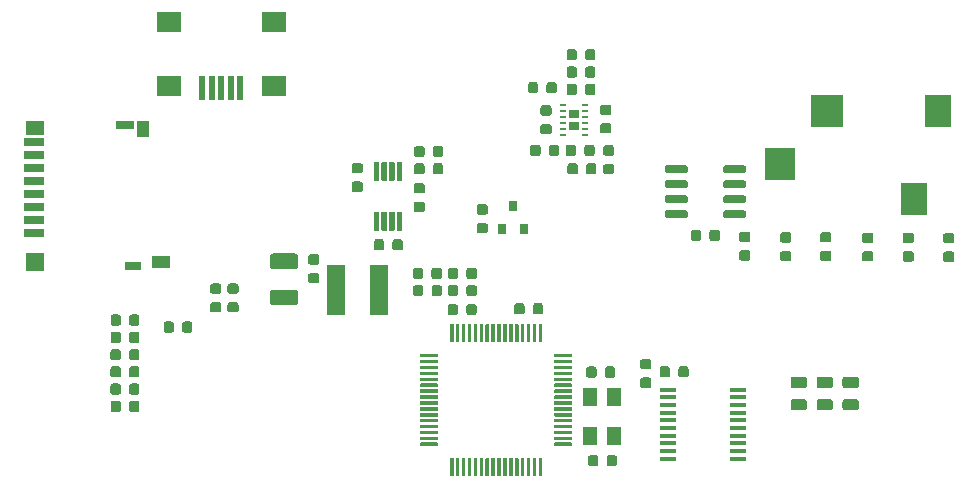
<source format=gtp>
G04 #@! TF.GenerationSoftware,KiCad,Pcbnew,5.99.0-unknown-a5c7d45~86~ubuntu18.04.1*
G04 #@! TF.CreationDate,2020-01-09T22:12:47+01:00*
G04 #@! TF.ProjectId,V1_0,56315f30-2e6b-4696-9361-645f70636258,rev?*
G04 #@! TF.SameCoordinates,Original*
G04 #@! TF.FileFunction,Paste,Top*
G04 #@! TF.FilePolarity,Positive*
%FSLAX46Y46*%
G04 Gerber Fmt 4.6, Leading zero omitted, Abs format (unit mm)*
G04 Created by KiCad (PCBNEW 5.99.0-unknown-a5c7d45~86~ubuntu18.04.1) date 2020-01-09 22:12:47*
%MOMM*%
%LPD*%
G04 APERTURE LIST*
%ADD10R,1.550000X1.000000*%
%ADD11R,1.500000X1.500000*%
%ADD12R,1.750000X0.700000*%
%ADD13R,1.400000X0.800000*%
%ADD14R,1.000000X1.450000*%
%ADD15R,1.500000X0.800000*%
%ADD16R,1.500000X1.300000*%
%ADD17R,1.300000X1.600000*%
%ADD18R,1.450000X0.450000*%
%ADD19R,0.800000X0.900000*%
%ADD20R,0.950000X0.800000*%
%ADD21R,0.500000X0.250000*%
%ADD22R,1.500000X4.200000*%
%ADD23R,2.200000X2.800000*%
%ADD24R,2.600000X2.800000*%
%ADD25R,2.800000X2.800000*%
%ADD26R,2.000000X1.700000*%
%ADD27R,0.500000X2.000000*%
G04 APERTURE END LIST*
D10*
X112930000Y-102435000D03*
D11*
X102255000Y-102485000D03*
D12*
X102130000Y-100035000D03*
X102130000Y-98935000D03*
X102130000Y-97835000D03*
X102130000Y-96735000D03*
X102130000Y-95635000D03*
X102130000Y-94535000D03*
X102130000Y-93435000D03*
D13*
X110505000Y-102835000D03*
D14*
X111355000Y-91210000D03*
D15*
X109855000Y-90885000D03*
D16*
X102255000Y-91135000D03*
D12*
X102130000Y-92335000D03*
G36*
X110949962Y-114231651D02*
G01*
X111020930Y-114279070D01*
X111068349Y-114350038D01*
X111085000Y-114433750D01*
X111085000Y-114946250D01*
X111068349Y-115029962D01*
X111020930Y-115100930D01*
X110949962Y-115148349D01*
X110866250Y-115165000D01*
X110428750Y-115165000D01*
X110345038Y-115148349D01*
X110274070Y-115100930D01*
X110226651Y-115029962D01*
X110210000Y-114946250D01*
X110210000Y-114433750D01*
X110226651Y-114350038D01*
X110274070Y-114279070D01*
X110345038Y-114231651D01*
X110428750Y-114215000D01*
X110866250Y-114215000D01*
X110949962Y-114231651D01*
G37*
G36*
X109374962Y-114231651D02*
G01*
X109445930Y-114279070D01*
X109493349Y-114350038D01*
X109510000Y-114433750D01*
X109510000Y-114946250D01*
X109493349Y-115029962D01*
X109445930Y-115100930D01*
X109374962Y-115148349D01*
X109291250Y-115165000D01*
X108853750Y-115165000D01*
X108770038Y-115148349D01*
X108699070Y-115100930D01*
X108651651Y-115029962D01*
X108635000Y-114946250D01*
X108635000Y-114433750D01*
X108651651Y-114350038D01*
X108699070Y-114279070D01*
X108770038Y-114231651D01*
X108853750Y-114215000D01*
X109291250Y-114215000D01*
X109374962Y-114231651D01*
G37*
G36*
X110939962Y-112761651D02*
G01*
X111010930Y-112809070D01*
X111058349Y-112880038D01*
X111075000Y-112963750D01*
X111075000Y-113476250D01*
X111058349Y-113559962D01*
X111010930Y-113630930D01*
X110939962Y-113678349D01*
X110856250Y-113695000D01*
X110418750Y-113695000D01*
X110335038Y-113678349D01*
X110264070Y-113630930D01*
X110216651Y-113559962D01*
X110200000Y-113476250D01*
X110200000Y-112963750D01*
X110216651Y-112880038D01*
X110264070Y-112809070D01*
X110335038Y-112761651D01*
X110418750Y-112745000D01*
X110856250Y-112745000D01*
X110939962Y-112761651D01*
G37*
G36*
X109364962Y-112761651D02*
G01*
X109435930Y-112809070D01*
X109483349Y-112880038D01*
X109500000Y-112963750D01*
X109500000Y-113476250D01*
X109483349Y-113559962D01*
X109435930Y-113630930D01*
X109364962Y-113678349D01*
X109281250Y-113695000D01*
X108843750Y-113695000D01*
X108760038Y-113678349D01*
X108689070Y-113630930D01*
X108641651Y-113559962D01*
X108625000Y-113476250D01*
X108625000Y-112963750D01*
X108641651Y-112880038D01*
X108689070Y-112809070D01*
X108760038Y-112761651D01*
X108843750Y-112745000D01*
X109281250Y-112745000D01*
X109364962Y-112761651D01*
G37*
G36*
X110939962Y-111311651D02*
G01*
X111010930Y-111359070D01*
X111058349Y-111430038D01*
X111075000Y-111513750D01*
X111075000Y-112026250D01*
X111058349Y-112109962D01*
X111010930Y-112180930D01*
X110939962Y-112228349D01*
X110856250Y-112245000D01*
X110418750Y-112245000D01*
X110335038Y-112228349D01*
X110264070Y-112180930D01*
X110216651Y-112109962D01*
X110200000Y-112026250D01*
X110200000Y-111513750D01*
X110216651Y-111430038D01*
X110264070Y-111359070D01*
X110335038Y-111311651D01*
X110418750Y-111295000D01*
X110856250Y-111295000D01*
X110939962Y-111311651D01*
G37*
G36*
X109364962Y-111311651D02*
G01*
X109435930Y-111359070D01*
X109483349Y-111430038D01*
X109500000Y-111513750D01*
X109500000Y-112026250D01*
X109483349Y-112109962D01*
X109435930Y-112180930D01*
X109364962Y-112228349D01*
X109281250Y-112245000D01*
X108843750Y-112245000D01*
X108760038Y-112228349D01*
X108689070Y-112180930D01*
X108641651Y-112109962D01*
X108625000Y-112026250D01*
X108625000Y-111513750D01*
X108641651Y-111430038D01*
X108689070Y-111359070D01*
X108760038Y-111311651D01*
X108843750Y-111295000D01*
X109281250Y-111295000D01*
X109364962Y-111311651D01*
G37*
G36*
X110939962Y-109851651D02*
G01*
X111010930Y-109899070D01*
X111058349Y-109970038D01*
X111075000Y-110053750D01*
X111075000Y-110566250D01*
X111058349Y-110649962D01*
X111010930Y-110720930D01*
X110939962Y-110768349D01*
X110856250Y-110785000D01*
X110418750Y-110785000D01*
X110335038Y-110768349D01*
X110264070Y-110720930D01*
X110216651Y-110649962D01*
X110200000Y-110566250D01*
X110200000Y-110053750D01*
X110216651Y-109970038D01*
X110264070Y-109899070D01*
X110335038Y-109851651D01*
X110418750Y-109835000D01*
X110856250Y-109835000D01*
X110939962Y-109851651D01*
G37*
G36*
X109364962Y-109851651D02*
G01*
X109435930Y-109899070D01*
X109483349Y-109970038D01*
X109500000Y-110053750D01*
X109500000Y-110566250D01*
X109483349Y-110649962D01*
X109435930Y-110720930D01*
X109364962Y-110768349D01*
X109281250Y-110785000D01*
X108843750Y-110785000D01*
X108760038Y-110768349D01*
X108689070Y-110720930D01*
X108641651Y-110649962D01*
X108625000Y-110566250D01*
X108625000Y-110053750D01*
X108641651Y-109970038D01*
X108689070Y-109899070D01*
X108760038Y-109851651D01*
X108843750Y-109835000D01*
X109281250Y-109835000D01*
X109364962Y-109851651D01*
G37*
G36*
X145133701Y-119055709D02*
G01*
X145158033Y-119071967D01*
X145174291Y-119096299D01*
X145180000Y-119125000D01*
X145180000Y-120525000D01*
X145174291Y-120553701D01*
X145158033Y-120578033D01*
X145133701Y-120594291D01*
X145105000Y-120600000D01*
X144955000Y-120600000D01*
X144926299Y-120594291D01*
X144901967Y-120578033D01*
X144885709Y-120553701D01*
X144880000Y-120525000D01*
X144880000Y-119125000D01*
X144885709Y-119096299D01*
X144901967Y-119071967D01*
X144926299Y-119055709D01*
X144955000Y-119050000D01*
X145105000Y-119050000D01*
X145133701Y-119055709D01*
G37*
G36*
X144633701Y-119055709D02*
G01*
X144658033Y-119071967D01*
X144674291Y-119096299D01*
X144680000Y-119125000D01*
X144680000Y-120525000D01*
X144674291Y-120553701D01*
X144658033Y-120578033D01*
X144633701Y-120594291D01*
X144605000Y-120600000D01*
X144455000Y-120600000D01*
X144426299Y-120594291D01*
X144401967Y-120578033D01*
X144385709Y-120553701D01*
X144380000Y-120525000D01*
X144380000Y-119125000D01*
X144385709Y-119096299D01*
X144401967Y-119071967D01*
X144426299Y-119055709D01*
X144455000Y-119050000D01*
X144605000Y-119050000D01*
X144633701Y-119055709D01*
G37*
G36*
X144133701Y-119055709D02*
G01*
X144158033Y-119071967D01*
X144174291Y-119096299D01*
X144180000Y-119125000D01*
X144180000Y-120525000D01*
X144174291Y-120553701D01*
X144158033Y-120578033D01*
X144133701Y-120594291D01*
X144105000Y-120600000D01*
X143955000Y-120600000D01*
X143926299Y-120594291D01*
X143901967Y-120578033D01*
X143885709Y-120553701D01*
X143880000Y-120525000D01*
X143880000Y-119125000D01*
X143885709Y-119096299D01*
X143901967Y-119071967D01*
X143926299Y-119055709D01*
X143955000Y-119050000D01*
X144105000Y-119050000D01*
X144133701Y-119055709D01*
G37*
G36*
X143633701Y-119055709D02*
G01*
X143658033Y-119071967D01*
X143674291Y-119096299D01*
X143680000Y-119125000D01*
X143680000Y-120525000D01*
X143674291Y-120553701D01*
X143658033Y-120578033D01*
X143633701Y-120594291D01*
X143605000Y-120600000D01*
X143455000Y-120600000D01*
X143426299Y-120594291D01*
X143401967Y-120578033D01*
X143385709Y-120553701D01*
X143380000Y-120525000D01*
X143380000Y-119125000D01*
X143385709Y-119096299D01*
X143401967Y-119071967D01*
X143426299Y-119055709D01*
X143455000Y-119050000D01*
X143605000Y-119050000D01*
X143633701Y-119055709D01*
G37*
G36*
X143133701Y-119055709D02*
G01*
X143158033Y-119071967D01*
X143174291Y-119096299D01*
X143180000Y-119125000D01*
X143180000Y-120525000D01*
X143174291Y-120553701D01*
X143158033Y-120578033D01*
X143133701Y-120594291D01*
X143105000Y-120600000D01*
X142955000Y-120600000D01*
X142926299Y-120594291D01*
X142901967Y-120578033D01*
X142885709Y-120553701D01*
X142880000Y-120525000D01*
X142880000Y-119125000D01*
X142885709Y-119096299D01*
X142901967Y-119071967D01*
X142926299Y-119055709D01*
X142955000Y-119050000D01*
X143105000Y-119050000D01*
X143133701Y-119055709D01*
G37*
G36*
X142633701Y-119055709D02*
G01*
X142658033Y-119071967D01*
X142674291Y-119096299D01*
X142680000Y-119125000D01*
X142680000Y-120525000D01*
X142674291Y-120553701D01*
X142658033Y-120578033D01*
X142633701Y-120594291D01*
X142605000Y-120600000D01*
X142455000Y-120600000D01*
X142426299Y-120594291D01*
X142401967Y-120578033D01*
X142385709Y-120553701D01*
X142380000Y-120525000D01*
X142380000Y-119125000D01*
X142385709Y-119096299D01*
X142401967Y-119071967D01*
X142426299Y-119055709D01*
X142455000Y-119050000D01*
X142605000Y-119050000D01*
X142633701Y-119055709D01*
G37*
G36*
X142133701Y-119055709D02*
G01*
X142158033Y-119071967D01*
X142174291Y-119096299D01*
X142180000Y-119125000D01*
X142180000Y-120525000D01*
X142174291Y-120553701D01*
X142158033Y-120578033D01*
X142133701Y-120594291D01*
X142105000Y-120600000D01*
X141955000Y-120600000D01*
X141926299Y-120594291D01*
X141901967Y-120578033D01*
X141885709Y-120553701D01*
X141880000Y-120525000D01*
X141880000Y-119125000D01*
X141885709Y-119096299D01*
X141901967Y-119071967D01*
X141926299Y-119055709D01*
X141955000Y-119050000D01*
X142105000Y-119050000D01*
X142133701Y-119055709D01*
G37*
G36*
X141633701Y-119055709D02*
G01*
X141658033Y-119071967D01*
X141674291Y-119096299D01*
X141680000Y-119125000D01*
X141680000Y-120525000D01*
X141674291Y-120553701D01*
X141658033Y-120578033D01*
X141633701Y-120594291D01*
X141605000Y-120600000D01*
X141455000Y-120600000D01*
X141426299Y-120594291D01*
X141401967Y-120578033D01*
X141385709Y-120553701D01*
X141380000Y-120525000D01*
X141380000Y-119125000D01*
X141385709Y-119096299D01*
X141401967Y-119071967D01*
X141426299Y-119055709D01*
X141455000Y-119050000D01*
X141605000Y-119050000D01*
X141633701Y-119055709D01*
G37*
G36*
X141133701Y-119055709D02*
G01*
X141158033Y-119071967D01*
X141174291Y-119096299D01*
X141180000Y-119125000D01*
X141180000Y-120525000D01*
X141174291Y-120553701D01*
X141158033Y-120578033D01*
X141133701Y-120594291D01*
X141105000Y-120600000D01*
X140955000Y-120600000D01*
X140926299Y-120594291D01*
X140901967Y-120578033D01*
X140885709Y-120553701D01*
X140880000Y-120525000D01*
X140880000Y-119125000D01*
X140885709Y-119096299D01*
X140901967Y-119071967D01*
X140926299Y-119055709D01*
X140955000Y-119050000D01*
X141105000Y-119050000D01*
X141133701Y-119055709D01*
G37*
G36*
X140633701Y-119055709D02*
G01*
X140658033Y-119071967D01*
X140674291Y-119096299D01*
X140680000Y-119125000D01*
X140680000Y-120525000D01*
X140674291Y-120553701D01*
X140658033Y-120578033D01*
X140633701Y-120594291D01*
X140605000Y-120600000D01*
X140455000Y-120600000D01*
X140426299Y-120594291D01*
X140401967Y-120578033D01*
X140385709Y-120553701D01*
X140380000Y-120525000D01*
X140380000Y-119125000D01*
X140385709Y-119096299D01*
X140401967Y-119071967D01*
X140426299Y-119055709D01*
X140455000Y-119050000D01*
X140605000Y-119050000D01*
X140633701Y-119055709D01*
G37*
G36*
X140133701Y-119055709D02*
G01*
X140158033Y-119071967D01*
X140174291Y-119096299D01*
X140180000Y-119125000D01*
X140180000Y-120525000D01*
X140174291Y-120553701D01*
X140158033Y-120578033D01*
X140133701Y-120594291D01*
X140105000Y-120600000D01*
X139955000Y-120600000D01*
X139926299Y-120594291D01*
X139901967Y-120578033D01*
X139885709Y-120553701D01*
X139880000Y-120525000D01*
X139880000Y-119125000D01*
X139885709Y-119096299D01*
X139901967Y-119071967D01*
X139926299Y-119055709D01*
X139955000Y-119050000D01*
X140105000Y-119050000D01*
X140133701Y-119055709D01*
G37*
G36*
X139633701Y-119055709D02*
G01*
X139658033Y-119071967D01*
X139674291Y-119096299D01*
X139680000Y-119125000D01*
X139680000Y-120525000D01*
X139674291Y-120553701D01*
X139658033Y-120578033D01*
X139633701Y-120594291D01*
X139605000Y-120600000D01*
X139455000Y-120600000D01*
X139426299Y-120594291D01*
X139401967Y-120578033D01*
X139385709Y-120553701D01*
X139380000Y-120525000D01*
X139380000Y-119125000D01*
X139385709Y-119096299D01*
X139401967Y-119071967D01*
X139426299Y-119055709D01*
X139455000Y-119050000D01*
X139605000Y-119050000D01*
X139633701Y-119055709D01*
G37*
G36*
X139133701Y-119055709D02*
G01*
X139158033Y-119071967D01*
X139174291Y-119096299D01*
X139180000Y-119125000D01*
X139180000Y-120525000D01*
X139174291Y-120553701D01*
X139158033Y-120578033D01*
X139133701Y-120594291D01*
X139105000Y-120600000D01*
X138955000Y-120600000D01*
X138926299Y-120594291D01*
X138901967Y-120578033D01*
X138885709Y-120553701D01*
X138880000Y-120525000D01*
X138880000Y-119125000D01*
X138885709Y-119096299D01*
X138901967Y-119071967D01*
X138926299Y-119055709D01*
X138955000Y-119050000D01*
X139105000Y-119050000D01*
X139133701Y-119055709D01*
G37*
G36*
X138633701Y-119055709D02*
G01*
X138658033Y-119071967D01*
X138674291Y-119096299D01*
X138680000Y-119125000D01*
X138680000Y-120525000D01*
X138674291Y-120553701D01*
X138658033Y-120578033D01*
X138633701Y-120594291D01*
X138605000Y-120600000D01*
X138455000Y-120600000D01*
X138426299Y-120594291D01*
X138401967Y-120578033D01*
X138385709Y-120553701D01*
X138380000Y-120525000D01*
X138380000Y-119125000D01*
X138385709Y-119096299D01*
X138401967Y-119071967D01*
X138426299Y-119055709D01*
X138455000Y-119050000D01*
X138605000Y-119050000D01*
X138633701Y-119055709D01*
G37*
G36*
X138133701Y-119055709D02*
G01*
X138158033Y-119071967D01*
X138174291Y-119096299D01*
X138180000Y-119125000D01*
X138180000Y-120525000D01*
X138174291Y-120553701D01*
X138158033Y-120578033D01*
X138133701Y-120594291D01*
X138105000Y-120600000D01*
X137955000Y-120600000D01*
X137926299Y-120594291D01*
X137901967Y-120578033D01*
X137885709Y-120553701D01*
X137880000Y-120525000D01*
X137880000Y-119125000D01*
X137885709Y-119096299D01*
X137901967Y-119071967D01*
X137926299Y-119055709D01*
X137955000Y-119050000D01*
X138105000Y-119050000D01*
X138133701Y-119055709D01*
G37*
G36*
X137633701Y-119055709D02*
G01*
X137658033Y-119071967D01*
X137674291Y-119096299D01*
X137680000Y-119125000D01*
X137680000Y-120525000D01*
X137674291Y-120553701D01*
X137658033Y-120578033D01*
X137633701Y-120594291D01*
X137605000Y-120600000D01*
X137455000Y-120600000D01*
X137426299Y-120594291D01*
X137401967Y-120578033D01*
X137385709Y-120553701D01*
X137380000Y-120525000D01*
X137380000Y-119125000D01*
X137385709Y-119096299D01*
X137401967Y-119071967D01*
X137426299Y-119055709D01*
X137455000Y-119050000D01*
X137605000Y-119050000D01*
X137633701Y-119055709D01*
G37*
G36*
X136333701Y-117755709D02*
G01*
X136358033Y-117771967D01*
X136374291Y-117796299D01*
X136380000Y-117825000D01*
X136380000Y-117975000D01*
X136374291Y-118003701D01*
X136358033Y-118028033D01*
X136333701Y-118044291D01*
X136305000Y-118050000D01*
X134905000Y-118050000D01*
X134876299Y-118044291D01*
X134851967Y-118028033D01*
X134835709Y-118003701D01*
X134830000Y-117975000D01*
X134830000Y-117825000D01*
X134835709Y-117796299D01*
X134851967Y-117771967D01*
X134876299Y-117755709D01*
X134905000Y-117750000D01*
X136305000Y-117750000D01*
X136333701Y-117755709D01*
G37*
G36*
X136333701Y-117255709D02*
G01*
X136358033Y-117271967D01*
X136374291Y-117296299D01*
X136380000Y-117325000D01*
X136380000Y-117475000D01*
X136374291Y-117503701D01*
X136358033Y-117528033D01*
X136333701Y-117544291D01*
X136305000Y-117550000D01*
X134905000Y-117550000D01*
X134876299Y-117544291D01*
X134851967Y-117528033D01*
X134835709Y-117503701D01*
X134830000Y-117475000D01*
X134830000Y-117325000D01*
X134835709Y-117296299D01*
X134851967Y-117271967D01*
X134876299Y-117255709D01*
X134905000Y-117250000D01*
X136305000Y-117250000D01*
X136333701Y-117255709D01*
G37*
G36*
X136333701Y-116755709D02*
G01*
X136358033Y-116771967D01*
X136374291Y-116796299D01*
X136380000Y-116825000D01*
X136380000Y-116975000D01*
X136374291Y-117003701D01*
X136358033Y-117028033D01*
X136333701Y-117044291D01*
X136305000Y-117050000D01*
X134905000Y-117050000D01*
X134876299Y-117044291D01*
X134851967Y-117028033D01*
X134835709Y-117003701D01*
X134830000Y-116975000D01*
X134830000Y-116825000D01*
X134835709Y-116796299D01*
X134851967Y-116771967D01*
X134876299Y-116755709D01*
X134905000Y-116750000D01*
X136305000Y-116750000D01*
X136333701Y-116755709D01*
G37*
G36*
X136333701Y-116255709D02*
G01*
X136358033Y-116271967D01*
X136374291Y-116296299D01*
X136380000Y-116325000D01*
X136380000Y-116475000D01*
X136374291Y-116503701D01*
X136358033Y-116528033D01*
X136333701Y-116544291D01*
X136305000Y-116550000D01*
X134905000Y-116550000D01*
X134876299Y-116544291D01*
X134851967Y-116528033D01*
X134835709Y-116503701D01*
X134830000Y-116475000D01*
X134830000Y-116325000D01*
X134835709Y-116296299D01*
X134851967Y-116271967D01*
X134876299Y-116255709D01*
X134905000Y-116250000D01*
X136305000Y-116250000D01*
X136333701Y-116255709D01*
G37*
G36*
X136333701Y-115755709D02*
G01*
X136358033Y-115771967D01*
X136374291Y-115796299D01*
X136380000Y-115825000D01*
X136380000Y-115975000D01*
X136374291Y-116003701D01*
X136358033Y-116028033D01*
X136333701Y-116044291D01*
X136305000Y-116050000D01*
X134905000Y-116050000D01*
X134876299Y-116044291D01*
X134851967Y-116028033D01*
X134835709Y-116003701D01*
X134830000Y-115975000D01*
X134830000Y-115825000D01*
X134835709Y-115796299D01*
X134851967Y-115771967D01*
X134876299Y-115755709D01*
X134905000Y-115750000D01*
X136305000Y-115750000D01*
X136333701Y-115755709D01*
G37*
G36*
X136333701Y-115255709D02*
G01*
X136358033Y-115271967D01*
X136374291Y-115296299D01*
X136380000Y-115325000D01*
X136380000Y-115475000D01*
X136374291Y-115503701D01*
X136358033Y-115528033D01*
X136333701Y-115544291D01*
X136305000Y-115550000D01*
X134905000Y-115550000D01*
X134876299Y-115544291D01*
X134851967Y-115528033D01*
X134835709Y-115503701D01*
X134830000Y-115475000D01*
X134830000Y-115325000D01*
X134835709Y-115296299D01*
X134851967Y-115271967D01*
X134876299Y-115255709D01*
X134905000Y-115250000D01*
X136305000Y-115250000D01*
X136333701Y-115255709D01*
G37*
G36*
X136333701Y-114755709D02*
G01*
X136358033Y-114771967D01*
X136374291Y-114796299D01*
X136380000Y-114825000D01*
X136380000Y-114975000D01*
X136374291Y-115003701D01*
X136358033Y-115028033D01*
X136333701Y-115044291D01*
X136305000Y-115050000D01*
X134905000Y-115050000D01*
X134876299Y-115044291D01*
X134851967Y-115028033D01*
X134835709Y-115003701D01*
X134830000Y-114975000D01*
X134830000Y-114825000D01*
X134835709Y-114796299D01*
X134851967Y-114771967D01*
X134876299Y-114755709D01*
X134905000Y-114750000D01*
X136305000Y-114750000D01*
X136333701Y-114755709D01*
G37*
G36*
X136333701Y-114255709D02*
G01*
X136358033Y-114271967D01*
X136374291Y-114296299D01*
X136380000Y-114325000D01*
X136380000Y-114475000D01*
X136374291Y-114503701D01*
X136358033Y-114528033D01*
X136333701Y-114544291D01*
X136305000Y-114550000D01*
X134905000Y-114550000D01*
X134876299Y-114544291D01*
X134851967Y-114528033D01*
X134835709Y-114503701D01*
X134830000Y-114475000D01*
X134830000Y-114325000D01*
X134835709Y-114296299D01*
X134851967Y-114271967D01*
X134876299Y-114255709D01*
X134905000Y-114250000D01*
X136305000Y-114250000D01*
X136333701Y-114255709D01*
G37*
G36*
X136333701Y-113755709D02*
G01*
X136358033Y-113771967D01*
X136374291Y-113796299D01*
X136380000Y-113825000D01*
X136380000Y-113975000D01*
X136374291Y-114003701D01*
X136358033Y-114028033D01*
X136333701Y-114044291D01*
X136305000Y-114050000D01*
X134905000Y-114050000D01*
X134876299Y-114044291D01*
X134851967Y-114028033D01*
X134835709Y-114003701D01*
X134830000Y-113975000D01*
X134830000Y-113825000D01*
X134835709Y-113796299D01*
X134851967Y-113771967D01*
X134876299Y-113755709D01*
X134905000Y-113750000D01*
X136305000Y-113750000D01*
X136333701Y-113755709D01*
G37*
G36*
X136333701Y-113255709D02*
G01*
X136358033Y-113271967D01*
X136374291Y-113296299D01*
X136380000Y-113325000D01*
X136380000Y-113475000D01*
X136374291Y-113503701D01*
X136358033Y-113528033D01*
X136333701Y-113544291D01*
X136305000Y-113550000D01*
X134905000Y-113550000D01*
X134876299Y-113544291D01*
X134851967Y-113528033D01*
X134835709Y-113503701D01*
X134830000Y-113475000D01*
X134830000Y-113325000D01*
X134835709Y-113296299D01*
X134851967Y-113271967D01*
X134876299Y-113255709D01*
X134905000Y-113250000D01*
X136305000Y-113250000D01*
X136333701Y-113255709D01*
G37*
G36*
X136333701Y-112755709D02*
G01*
X136358033Y-112771967D01*
X136374291Y-112796299D01*
X136380000Y-112825000D01*
X136380000Y-112975000D01*
X136374291Y-113003701D01*
X136358033Y-113028033D01*
X136333701Y-113044291D01*
X136305000Y-113050000D01*
X134905000Y-113050000D01*
X134876299Y-113044291D01*
X134851967Y-113028033D01*
X134835709Y-113003701D01*
X134830000Y-112975000D01*
X134830000Y-112825000D01*
X134835709Y-112796299D01*
X134851967Y-112771967D01*
X134876299Y-112755709D01*
X134905000Y-112750000D01*
X136305000Y-112750000D01*
X136333701Y-112755709D01*
G37*
G36*
X136333701Y-112255709D02*
G01*
X136358033Y-112271967D01*
X136374291Y-112296299D01*
X136380000Y-112325000D01*
X136380000Y-112475000D01*
X136374291Y-112503701D01*
X136358033Y-112528033D01*
X136333701Y-112544291D01*
X136305000Y-112550000D01*
X134905000Y-112550000D01*
X134876299Y-112544291D01*
X134851967Y-112528033D01*
X134835709Y-112503701D01*
X134830000Y-112475000D01*
X134830000Y-112325000D01*
X134835709Y-112296299D01*
X134851967Y-112271967D01*
X134876299Y-112255709D01*
X134905000Y-112250000D01*
X136305000Y-112250000D01*
X136333701Y-112255709D01*
G37*
G36*
X136333701Y-111755709D02*
G01*
X136358033Y-111771967D01*
X136374291Y-111796299D01*
X136380000Y-111825000D01*
X136380000Y-111975000D01*
X136374291Y-112003701D01*
X136358033Y-112028033D01*
X136333701Y-112044291D01*
X136305000Y-112050000D01*
X134905000Y-112050000D01*
X134876299Y-112044291D01*
X134851967Y-112028033D01*
X134835709Y-112003701D01*
X134830000Y-111975000D01*
X134830000Y-111825000D01*
X134835709Y-111796299D01*
X134851967Y-111771967D01*
X134876299Y-111755709D01*
X134905000Y-111750000D01*
X136305000Y-111750000D01*
X136333701Y-111755709D01*
G37*
G36*
X136333701Y-111255709D02*
G01*
X136358033Y-111271967D01*
X136374291Y-111296299D01*
X136380000Y-111325000D01*
X136380000Y-111475000D01*
X136374291Y-111503701D01*
X136358033Y-111528033D01*
X136333701Y-111544291D01*
X136305000Y-111550000D01*
X134905000Y-111550000D01*
X134876299Y-111544291D01*
X134851967Y-111528033D01*
X134835709Y-111503701D01*
X134830000Y-111475000D01*
X134830000Y-111325000D01*
X134835709Y-111296299D01*
X134851967Y-111271967D01*
X134876299Y-111255709D01*
X134905000Y-111250000D01*
X136305000Y-111250000D01*
X136333701Y-111255709D01*
G37*
G36*
X136333701Y-110755709D02*
G01*
X136358033Y-110771967D01*
X136374291Y-110796299D01*
X136380000Y-110825000D01*
X136380000Y-110975000D01*
X136374291Y-111003701D01*
X136358033Y-111028033D01*
X136333701Y-111044291D01*
X136305000Y-111050000D01*
X134905000Y-111050000D01*
X134876299Y-111044291D01*
X134851967Y-111028033D01*
X134835709Y-111003701D01*
X134830000Y-110975000D01*
X134830000Y-110825000D01*
X134835709Y-110796299D01*
X134851967Y-110771967D01*
X134876299Y-110755709D01*
X134905000Y-110750000D01*
X136305000Y-110750000D01*
X136333701Y-110755709D01*
G37*
G36*
X136333701Y-110255709D02*
G01*
X136358033Y-110271967D01*
X136374291Y-110296299D01*
X136380000Y-110325000D01*
X136380000Y-110475000D01*
X136374291Y-110503701D01*
X136358033Y-110528033D01*
X136333701Y-110544291D01*
X136305000Y-110550000D01*
X134905000Y-110550000D01*
X134876299Y-110544291D01*
X134851967Y-110528033D01*
X134835709Y-110503701D01*
X134830000Y-110475000D01*
X134830000Y-110325000D01*
X134835709Y-110296299D01*
X134851967Y-110271967D01*
X134876299Y-110255709D01*
X134905000Y-110250000D01*
X136305000Y-110250000D01*
X136333701Y-110255709D01*
G37*
G36*
X137633701Y-107705709D02*
G01*
X137658033Y-107721967D01*
X137674291Y-107746299D01*
X137680000Y-107775000D01*
X137680000Y-109175000D01*
X137674291Y-109203701D01*
X137658033Y-109228033D01*
X137633701Y-109244291D01*
X137605000Y-109250000D01*
X137455000Y-109250000D01*
X137426299Y-109244291D01*
X137401967Y-109228033D01*
X137385709Y-109203701D01*
X137380000Y-109175000D01*
X137380000Y-107775000D01*
X137385709Y-107746299D01*
X137401967Y-107721967D01*
X137426299Y-107705709D01*
X137455000Y-107700000D01*
X137605000Y-107700000D01*
X137633701Y-107705709D01*
G37*
G36*
X138133701Y-107705709D02*
G01*
X138158033Y-107721967D01*
X138174291Y-107746299D01*
X138180000Y-107775000D01*
X138180000Y-109175000D01*
X138174291Y-109203701D01*
X138158033Y-109228033D01*
X138133701Y-109244291D01*
X138105000Y-109250000D01*
X137955000Y-109250000D01*
X137926299Y-109244291D01*
X137901967Y-109228033D01*
X137885709Y-109203701D01*
X137880000Y-109175000D01*
X137880000Y-107775000D01*
X137885709Y-107746299D01*
X137901967Y-107721967D01*
X137926299Y-107705709D01*
X137955000Y-107700000D01*
X138105000Y-107700000D01*
X138133701Y-107705709D01*
G37*
G36*
X138633701Y-107705709D02*
G01*
X138658033Y-107721967D01*
X138674291Y-107746299D01*
X138680000Y-107775000D01*
X138680000Y-109175000D01*
X138674291Y-109203701D01*
X138658033Y-109228033D01*
X138633701Y-109244291D01*
X138605000Y-109250000D01*
X138455000Y-109250000D01*
X138426299Y-109244291D01*
X138401967Y-109228033D01*
X138385709Y-109203701D01*
X138380000Y-109175000D01*
X138380000Y-107775000D01*
X138385709Y-107746299D01*
X138401967Y-107721967D01*
X138426299Y-107705709D01*
X138455000Y-107700000D01*
X138605000Y-107700000D01*
X138633701Y-107705709D01*
G37*
G36*
X139133701Y-107705709D02*
G01*
X139158033Y-107721967D01*
X139174291Y-107746299D01*
X139180000Y-107775000D01*
X139180000Y-109175000D01*
X139174291Y-109203701D01*
X139158033Y-109228033D01*
X139133701Y-109244291D01*
X139105000Y-109250000D01*
X138955000Y-109250000D01*
X138926299Y-109244291D01*
X138901967Y-109228033D01*
X138885709Y-109203701D01*
X138880000Y-109175000D01*
X138880000Y-107775000D01*
X138885709Y-107746299D01*
X138901967Y-107721967D01*
X138926299Y-107705709D01*
X138955000Y-107700000D01*
X139105000Y-107700000D01*
X139133701Y-107705709D01*
G37*
G36*
X139633701Y-107705709D02*
G01*
X139658033Y-107721967D01*
X139674291Y-107746299D01*
X139680000Y-107775000D01*
X139680000Y-109175000D01*
X139674291Y-109203701D01*
X139658033Y-109228033D01*
X139633701Y-109244291D01*
X139605000Y-109250000D01*
X139455000Y-109250000D01*
X139426299Y-109244291D01*
X139401967Y-109228033D01*
X139385709Y-109203701D01*
X139380000Y-109175000D01*
X139380000Y-107775000D01*
X139385709Y-107746299D01*
X139401967Y-107721967D01*
X139426299Y-107705709D01*
X139455000Y-107700000D01*
X139605000Y-107700000D01*
X139633701Y-107705709D01*
G37*
G36*
X140133701Y-107705709D02*
G01*
X140158033Y-107721967D01*
X140174291Y-107746299D01*
X140180000Y-107775000D01*
X140180000Y-109175000D01*
X140174291Y-109203701D01*
X140158033Y-109228033D01*
X140133701Y-109244291D01*
X140105000Y-109250000D01*
X139955000Y-109250000D01*
X139926299Y-109244291D01*
X139901967Y-109228033D01*
X139885709Y-109203701D01*
X139880000Y-109175000D01*
X139880000Y-107775000D01*
X139885709Y-107746299D01*
X139901967Y-107721967D01*
X139926299Y-107705709D01*
X139955000Y-107700000D01*
X140105000Y-107700000D01*
X140133701Y-107705709D01*
G37*
G36*
X140633701Y-107705709D02*
G01*
X140658033Y-107721967D01*
X140674291Y-107746299D01*
X140680000Y-107775000D01*
X140680000Y-109175000D01*
X140674291Y-109203701D01*
X140658033Y-109228033D01*
X140633701Y-109244291D01*
X140605000Y-109250000D01*
X140455000Y-109250000D01*
X140426299Y-109244291D01*
X140401967Y-109228033D01*
X140385709Y-109203701D01*
X140380000Y-109175000D01*
X140380000Y-107775000D01*
X140385709Y-107746299D01*
X140401967Y-107721967D01*
X140426299Y-107705709D01*
X140455000Y-107700000D01*
X140605000Y-107700000D01*
X140633701Y-107705709D01*
G37*
G36*
X141133701Y-107705709D02*
G01*
X141158033Y-107721967D01*
X141174291Y-107746299D01*
X141180000Y-107775000D01*
X141180000Y-109175000D01*
X141174291Y-109203701D01*
X141158033Y-109228033D01*
X141133701Y-109244291D01*
X141105000Y-109250000D01*
X140955000Y-109250000D01*
X140926299Y-109244291D01*
X140901967Y-109228033D01*
X140885709Y-109203701D01*
X140880000Y-109175000D01*
X140880000Y-107775000D01*
X140885709Y-107746299D01*
X140901967Y-107721967D01*
X140926299Y-107705709D01*
X140955000Y-107700000D01*
X141105000Y-107700000D01*
X141133701Y-107705709D01*
G37*
G36*
X141633701Y-107705709D02*
G01*
X141658033Y-107721967D01*
X141674291Y-107746299D01*
X141680000Y-107775000D01*
X141680000Y-109175000D01*
X141674291Y-109203701D01*
X141658033Y-109228033D01*
X141633701Y-109244291D01*
X141605000Y-109250000D01*
X141455000Y-109250000D01*
X141426299Y-109244291D01*
X141401967Y-109228033D01*
X141385709Y-109203701D01*
X141380000Y-109175000D01*
X141380000Y-107775000D01*
X141385709Y-107746299D01*
X141401967Y-107721967D01*
X141426299Y-107705709D01*
X141455000Y-107700000D01*
X141605000Y-107700000D01*
X141633701Y-107705709D01*
G37*
G36*
X142133701Y-107705709D02*
G01*
X142158033Y-107721967D01*
X142174291Y-107746299D01*
X142180000Y-107775000D01*
X142180000Y-109175000D01*
X142174291Y-109203701D01*
X142158033Y-109228033D01*
X142133701Y-109244291D01*
X142105000Y-109250000D01*
X141955000Y-109250000D01*
X141926299Y-109244291D01*
X141901967Y-109228033D01*
X141885709Y-109203701D01*
X141880000Y-109175000D01*
X141880000Y-107775000D01*
X141885709Y-107746299D01*
X141901967Y-107721967D01*
X141926299Y-107705709D01*
X141955000Y-107700000D01*
X142105000Y-107700000D01*
X142133701Y-107705709D01*
G37*
G36*
X142633701Y-107705709D02*
G01*
X142658033Y-107721967D01*
X142674291Y-107746299D01*
X142680000Y-107775000D01*
X142680000Y-109175000D01*
X142674291Y-109203701D01*
X142658033Y-109228033D01*
X142633701Y-109244291D01*
X142605000Y-109250000D01*
X142455000Y-109250000D01*
X142426299Y-109244291D01*
X142401967Y-109228033D01*
X142385709Y-109203701D01*
X142380000Y-109175000D01*
X142380000Y-107775000D01*
X142385709Y-107746299D01*
X142401967Y-107721967D01*
X142426299Y-107705709D01*
X142455000Y-107700000D01*
X142605000Y-107700000D01*
X142633701Y-107705709D01*
G37*
G36*
X143133701Y-107705709D02*
G01*
X143158033Y-107721967D01*
X143174291Y-107746299D01*
X143180000Y-107775000D01*
X143180000Y-109175000D01*
X143174291Y-109203701D01*
X143158033Y-109228033D01*
X143133701Y-109244291D01*
X143105000Y-109250000D01*
X142955000Y-109250000D01*
X142926299Y-109244291D01*
X142901967Y-109228033D01*
X142885709Y-109203701D01*
X142880000Y-109175000D01*
X142880000Y-107775000D01*
X142885709Y-107746299D01*
X142901967Y-107721967D01*
X142926299Y-107705709D01*
X142955000Y-107700000D01*
X143105000Y-107700000D01*
X143133701Y-107705709D01*
G37*
G36*
X143633701Y-107705709D02*
G01*
X143658033Y-107721967D01*
X143674291Y-107746299D01*
X143680000Y-107775000D01*
X143680000Y-109175000D01*
X143674291Y-109203701D01*
X143658033Y-109228033D01*
X143633701Y-109244291D01*
X143605000Y-109250000D01*
X143455000Y-109250000D01*
X143426299Y-109244291D01*
X143401967Y-109228033D01*
X143385709Y-109203701D01*
X143380000Y-109175000D01*
X143380000Y-107775000D01*
X143385709Y-107746299D01*
X143401967Y-107721967D01*
X143426299Y-107705709D01*
X143455000Y-107700000D01*
X143605000Y-107700000D01*
X143633701Y-107705709D01*
G37*
G36*
X144133701Y-107705709D02*
G01*
X144158033Y-107721967D01*
X144174291Y-107746299D01*
X144180000Y-107775000D01*
X144180000Y-109175000D01*
X144174291Y-109203701D01*
X144158033Y-109228033D01*
X144133701Y-109244291D01*
X144105000Y-109250000D01*
X143955000Y-109250000D01*
X143926299Y-109244291D01*
X143901967Y-109228033D01*
X143885709Y-109203701D01*
X143880000Y-109175000D01*
X143880000Y-107775000D01*
X143885709Y-107746299D01*
X143901967Y-107721967D01*
X143926299Y-107705709D01*
X143955000Y-107700000D01*
X144105000Y-107700000D01*
X144133701Y-107705709D01*
G37*
G36*
X144633701Y-107705709D02*
G01*
X144658033Y-107721967D01*
X144674291Y-107746299D01*
X144680000Y-107775000D01*
X144680000Y-109175000D01*
X144674291Y-109203701D01*
X144658033Y-109228033D01*
X144633701Y-109244291D01*
X144605000Y-109250000D01*
X144455000Y-109250000D01*
X144426299Y-109244291D01*
X144401967Y-109228033D01*
X144385709Y-109203701D01*
X144380000Y-109175000D01*
X144380000Y-107775000D01*
X144385709Y-107746299D01*
X144401967Y-107721967D01*
X144426299Y-107705709D01*
X144455000Y-107700000D01*
X144605000Y-107700000D01*
X144633701Y-107705709D01*
G37*
G36*
X145133701Y-107705709D02*
G01*
X145158033Y-107721967D01*
X145174291Y-107746299D01*
X145180000Y-107775000D01*
X145180000Y-109175000D01*
X145174291Y-109203701D01*
X145158033Y-109228033D01*
X145133701Y-109244291D01*
X145105000Y-109250000D01*
X144955000Y-109250000D01*
X144926299Y-109244291D01*
X144901967Y-109228033D01*
X144885709Y-109203701D01*
X144880000Y-109175000D01*
X144880000Y-107775000D01*
X144885709Y-107746299D01*
X144901967Y-107721967D01*
X144926299Y-107705709D01*
X144955000Y-107700000D01*
X145105000Y-107700000D01*
X145133701Y-107705709D01*
G37*
G36*
X147683701Y-110255709D02*
G01*
X147708033Y-110271967D01*
X147724291Y-110296299D01*
X147730000Y-110325000D01*
X147730000Y-110475000D01*
X147724291Y-110503701D01*
X147708033Y-110528033D01*
X147683701Y-110544291D01*
X147655000Y-110550000D01*
X146255000Y-110550000D01*
X146226299Y-110544291D01*
X146201967Y-110528033D01*
X146185709Y-110503701D01*
X146180000Y-110475000D01*
X146180000Y-110325000D01*
X146185709Y-110296299D01*
X146201967Y-110271967D01*
X146226299Y-110255709D01*
X146255000Y-110250000D01*
X147655000Y-110250000D01*
X147683701Y-110255709D01*
G37*
G36*
X147683701Y-110755709D02*
G01*
X147708033Y-110771967D01*
X147724291Y-110796299D01*
X147730000Y-110825000D01*
X147730000Y-110975000D01*
X147724291Y-111003701D01*
X147708033Y-111028033D01*
X147683701Y-111044291D01*
X147655000Y-111050000D01*
X146255000Y-111050000D01*
X146226299Y-111044291D01*
X146201967Y-111028033D01*
X146185709Y-111003701D01*
X146180000Y-110975000D01*
X146180000Y-110825000D01*
X146185709Y-110796299D01*
X146201967Y-110771967D01*
X146226299Y-110755709D01*
X146255000Y-110750000D01*
X147655000Y-110750000D01*
X147683701Y-110755709D01*
G37*
G36*
X147683701Y-111255709D02*
G01*
X147708033Y-111271967D01*
X147724291Y-111296299D01*
X147730000Y-111325000D01*
X147730000Y-111475000D01*
X147724291Y-111503701D01*
X147708033Y-111528033D01*
X147683701Y-111544291D01*
X147655000Y-111550000D01*
X146255000Y-111550000D01*
X146226299Y-111544291D01*
X146201967Y-111528033D01*
X146185709Y-111503701D01*
X146180000Y-111475000D01*
X146180000Y-111325000D01*
X146185709Y-111296299D01*
X146201967Y-111271967D01*
X146226299Y-111255709D01*
X146255000Y-111250000D01*
X147655000Y-111250000D01*
X147683701Y-111255709D01*
G37*
G36*
X147683701Y-111755709D02*
G01*
X147708033Y-111771967D01*
X147724291Y-111796299D01*
X147730000Y-111825000D01*
X147730000Y-111975000D01*
X147724291Y-112003701D01*
X147708033Y-112028033D01*
X147683701Y-112044291D01*
X147655000Y-112050000D01*
X146255000Y-112050000D01*
X146226299Y-112044291D01*
X146201967Y-112028033D01*
X146185709Y-112003701D01*
X146180000Y-111975000D01*
X146180000Y-111825000D01*
X146185709Y-111796299D01*
X146201967Y-111771967D01*
X146226299Y-111755709D01*
X146255000Y-111750000D01*
X147655000Y-111750000D01*
X147683701Y-111755709D01*
G37*
G36*
X147683701Y-112255709D02*
G01*
X147708033Y-112271967D01*
X147724291Y-112296299D01*
X147730000Y-112325000D01*
X147730000Y-112475000D01*
X147724291Y-112503701D01*
X147708033Y-112528033D01*
X147683701Y-112544291D01*
X147655000Y-112550000D01*
X146255000Y-112550000D01*
X146226299Y-112544291D01*
X146201967Y-112528033D01*
X146185709Y-112503701D01*
X146180000Y-112475000D01*
X146180000Y-112325000D01*
X146185709Y-112296299D01*
X146201967Y-112271967D01*
X146226299Y-112255709D01*
X146255000Y-112250000D01*
X147655000Y-112250000D01*
X147683701Y-112255709D01*
G37*
G36*
X147683701Y-112755709D02*
G01*
X147708033Y-112771967D01*
X147724291Y-112796299D01*
X147730000Y-112825000D01*
X147730000Y-112975000D01*
X147724291Y-113003701D01*
X147708033Y-113028033D01*
X147683701Y-113044291D01*
X147655000Y-113050000D01*
X146255000Y-113050000D01*
X146226299Y-113044291D01*
X146201967Y-113028033D01*
X146185709Y-113003701D01*
X146180000Y-112975000D01*
X146180000Y-112825000D01*
X146185709Y-112796299D01*
X146201967Y-112771967D01*
X146226299Y-112755709D01*
X146255000Y-112750000D01*
X147655000Y-112750000D01*
X147683701Y-112755709D01*
G37*
G36*
X147683701Y-113255709D02*
G01*
X147708033Y-113271967D01*
X147724291Y-113296299D01*
X147730000Y-113325000D01*
X147730000Y-113475000D01*
X147724291Y-113503701D01*
X147708033Y-113528033D01*
X147683701Y-113544291D01*
X147655000Y-113550000D01*
X146255000Y-113550000D01*
X146226299Y-113544291D01*
X146201967Y-113528033D01*
X146185709Y-113503701D01*
X146180000Y-113475000D01*
X146180000Y-113325000D01*
X146185709Y-113296299D01*
X146201967Y-113271967D01*
X146226299Y-113255709D01*
X146255000Y-113250000D01*
X147655000Y-113250000D01*
X147683701Y-113255709D01*
G37*
G36*
X147683701Y-113755709D02*
G01*
X147708033Y-113771967D01*
X147724291Y-113796299D01*
X147730000Y-113825000D01*
X147730000Y-113975000D01*
X147724291Y-114003701D01*
X147708033Y-114028033D01*
X147683701Y-114044291D01*
X147655000Y-114050000D01*
X146255000Y-114050000D01*
X146226299Y-114044291D01*
X146201967Y-114028033D01*
X146185709Y-114003701D01*
X146180000Y-113975000D01*
X146180000Y-113825000D01*
X146185709Y-113796299D01*
X146201967Y-113771967D01*
X146226299Y-113755709D01*
X146255000Y-113750000D01*
X147655000Y-113750000D01*
X147683701Y-113755709D01*
G37*
G36*
X147683701Y-114255709D02*
G01*
X147708033Y-114271967D01*
X147724291Y-114296299D01*
X147730000Y-114325000D01*
X147730000Y-114475000D01*
X147724291Y-114503701D01*
X147708033Y-114528033D01*
X147683701Y-114544291D01*
X147655000Y-114550000D01*
X146255000Y-114550000D01*
X146226299Y-114544291D01*
X146201967Y-114528033D01*
X146185709Y-114503701D01*
X146180000Y-114475000D01*
X146180000Y-114325000D01*
X146185709Y-114296299D01*
X146201967Y-114271967D01*
X146226299Y-114255709D01*
X146255000Y-114250000D01*
X147655000Y-114250000D01*
X147683701Y-114255709D01*
G37*
G36*
X147683701Y-114755709D02*
G01*
X147708033Y-114771967D01*
X147724291Y-114796299D01*
X147730000Y-114825000D01*
X147730000Y-114975000D01*
X147724291Y-115003701D01*
X147708033Y-115028033D01*
X147683701Y-115044291D01*
X147655000Y-115050000D01*
X146255000Y-115050000D01*
X146226299Y-115044291D01*
X146201967Y-115028033D01*
X146185709Y-115003701D01*
X146180000Y-114975000D01*
X146180000Y-114825000D01*
X146185709Y-114796299D01*
X146201967Y-114771967D01*
X146226299Y-114755709D01*
X146255000Y-114750000D01*
X147655000Y-114750000D01*
X147683701Y-114755709D01*
G37*
G36*
X147683701Y-115255709D02*
G01*
X147708033Y-115271967D01*
X147724291Y-115296299D01*
X147730000Y-115325000D01*
X147730000Y-115475000D01*
X147724291Y-115503701D01*
X147708033Y-115528033D01*
X147683701Y-115544291D01*
X147655000Y-115550000D01*
X146255000Y-115550000D01*
X146226299Y-115544291D01*
X146201967Y-115528033D01*
X146185709Y-115503701D01*
X146180000Y-115475000D01*
X146180000Y-115325000D01*
X146185709Y-115296299D01*
X146201967Y-115271967D01*
X146226299Y-115255709D01*
X146255000Y-115250000D01*
X147655000Y-115250000D01*
X147683701Y-115255709D01*
G37*
G36*
X147683701Y-115755709D02*
G01*
X147708033Y-115771967D01*
X147724291Y-115796299D01*
X147730000Y-115825000D01*
X147730000Y-115975000D01*
X147724291Y-116003701D01*
X147708033Y-116028033D01*
X147683701Y-116044291D01*
X147655000Y-116050000D01*
X146255000Y-116050000D01*
X146226299Y-116044291D01*
X146201967Y-116028033D01*
X146185709Y-116003701D01*
X146180000Y-115975000D01*
X146180000Y-115825000D01*
X146185709Y-115796299D01*
X146201967Y-115771967D01*
X146226299Y-115755709D01*
X146255000Y-115750000D01*
X147655000Y-115750000D01*
X147683701Y-115755709D01*
G37*
G36*
X147683701Y-116255709D02*
G01*
X147708033Y-116271967D01*
X147724291Y-116296299D01*
X147730000Y-116325000D01*
X147730000Y-116475000D01*
X147724291Y-116503701D01*
X147708033Y-116528033D01*
X147683701Y-116544291D01*
X147655000Y-116550000D01*
X146255000Y-116550000D01*
X146226299Y-116544291D01*
X146201967Y-116528033D01*
X146185709Y-116503701D01*
X146180000Y-116475000D01*
X146180000Y-116325000D01*
X146185709Y-116296299D01*
X146201967Y-116271967D01*
X146226299Y-116255709D01*
X146255000Y-116250000D01*
X147655000Y-116250000D01*
X147683701Y-116255709D01*
G37*
G36*
X147683701Y-116755709D02*
G01*
X147708033Y-116771967D01*
X147724291Y-116796299D01*
X147730000Y-116825000D01*
X147730000Y-116975000D01*
X147724291Y-117003701D01*
X147708033Y-117028033D01*
X147683701Y-117044291D01*
X147655000Y-117050000D01*
X146255000Y-117050000D01*
X146226299Y-117044291D01*
X146201967Y-117028033D01*
X146185709Y-117003701D01*
X146180000Y-116975000D01*
X146180000Y-116825000D01*
X146185709Y-116796299D01*
X146201967Y-116771967D01*
X146226299Y-116755709D01*
X146255000Y-116750000D01*
X147655000Y-116750000D01*
X147683701Y-116755709D01*
G37*
G36*
X147683701Y-117255709D02*
G01*
X147708033Y-117271967D01*
X147724291Y-117296299D01*
X147730000Y-117325000D01*
X147730000Y-117475000D01*
X147724291Y-117503701D01*
X147708033Y-117528033D01*
X147683701Y-117544291D01*
X147655000Y-117550000D01*
X146255000Y-117550000D01*
X146226299Y-117544291D01*
X146201967Y-117528033D01*
X146185709Y-117503701D01*
X146180000Y-117475000D01*
X146180000Y-117325000D01*
X146185709Y-117296299D01*
X146201967Y-117271967D01*
X146226299Y-117255709D01*
X146255000Y-117250000D01*
X147655000Y-117250000D01*
X147683701Y-117255709D01*
G37*
G36*
X147683701Y-117755709D02*
G01*
X147708033Y-117771967D01*
X147724291Y-117796299D01*
X147730000Y-117825000D01*
X147730000Y-117975000D01*
X147724291Y-118003701D01*
X147708033Y-118028033D01*
X147683701Y-118044291D01*
X147655000Y-118050000D01*
X146255000Y-118050000D01*
X146226299Y-118044291D01*
X146201967Y-118028033D01*
X146185709Y-118003701D01*
X146180000Y-117975000D01*
X146180000Y-117825000D01*
X146185709Y-117796299D01*
X146201967Y-117771967D01*
X146226299Y-117755709D01*
X146255000Y-117750000D01*
X147655000Y-117750000D01*
X147683701Y-117755709D01*
G37*
G36*
X140439962Y-99166651D02*
G01*
X140510930Y-99214070D01*
X140558349Y-99285038D01*
X140575000Y-99368750D01*
X140575000Y-99806250D01*
X140558349Y-99889962D01*
X140510930Y-99960930D01*
X140439962Y-100008349D01*
X140356250Y-100025000D01*
X139843750Y-100025000D01*
X139760038Y-100008349D01*
X139689070Y-99960930D01*
X139641651Y-99889962D01*
X139625000Y-99806250D01*
X139625000Y-99368750D01*
X139641651Y-99285038D01*
X139689070Y-99214070D01*
X139760038Y-99166651D01*
X139843750Y-99150000D01*
X140356250Y-99150000D01*
X140439962Y-99166651D01*
G37*
G36*
X140439962Y-97591651D02*
G01*
X140510930Y-97639070D01*
X140558349Y-97710038D01*
X140575000Y-97793750D01*
X140575000Y-98231250D01*
X140558349Y-98314962D01*
X140510930Y-98385930D01*
X140439962Y-98433349D01*
X140356250Y-98450000D01*
X139843750Y-98450000D01*
X139760038Y-98433349D01*
X139689070Y-98385930D01*
X139641651Y-98314962D01*
X139625000Y-98231250D01*
X139625000Y-97793750D01*
X139641651Y-97710038D01*
X139689070Y-97639070D01*
X139760038Y-97591651D01*
X139843750Y-97575000D01*
X140356250Y-97575000D01*
X140439962Y-97591651D01*
G37*
G36*
X137934962Y-104421651D02*
G01*
X138005930Y-104469070D01*
X138053349Y-104540038D01*
X138070000Y-104623750D01*
X138070000Y-105136250D01*
X138053349Y-105219962D01*
X138005930Y-105290930D01*
X137934962Y-105338349D01*
X137851250Y-105355000D01*
X137413750Y-105355000D01*
X137330038Y-105338349D01*
X137259070Y-105290930D01*
X137211651Y-105219962D01*
X137195000Y-105136250D01*
X137195000Y-104623750D01*
X137211651Y-104540038D01*
X137259070Y-104469070D01*
X137330038Y-104421651D01*
X137413750Y-104405000D01*
X137851250Y-104405000D01*
X137934962Y-104421651D01*
G37*
G36*
X139509962Y-104421651D02*
G01*
X139580930Y-104469070D01*
X139628349Y-104540038D01*
X139645000Y-104623750D01*
X139645000Y-105136250D01*
X139628349Y-105219962D01*
X139580930Y-105290930D01*
X139509962Y-105338349D01*
X139426250Y-105355000D01*
X138988750Y-105355000D01*
X138905038Y-105338349D01*
X138834070Y-105290930D01*
X138786651Y-105219962D01*
X138770000Y-105136250D01*
X138770000Y-104623750D01*
X138786651Y-104540038D01*
X138834070Y-104469070D01*
X138905038Y-104421651D01*
X138988750Y-104405000D01*
X139426250Y-104405000D01*
X139509962Y-104421651D01*
G37*
G36*
X137934962Y-102953651D02*
G01*
X138005930Y-103001070D01*
X138053349Y-103072038D01*
X138070000Y-103155750D01*
X138070000Y-103668250D01*
X138053349Y-103751962D01*
X138005930Y-103822930D01*
X137934962Y-103870349D01*
X137851250Y-103887000D01*
X137413750Y-103887000D01*
X137330038Y-103870349D01*
X137259070Y-103822930D01*
X137211651Y-103751962D01*
X137195000Y-103668250D01*
X137195000Y-103155750D01*
X137211651Y-103072038D01*
X137259070Y-103001070D01*
X137330038Y-102953651D01*
X137413750Y-102937000D01*
X137851250Y-102937000D01*
X137934962Y-102953651D01*
G37*
G36*
X139509962Y-102953651D02*
G01*
X139580930Y-103001070D01*
X139628349Y-103072038D01*
X139645000Y-103155750D01*
X139645000Y-103668250D01*
X139628349Y-103751962D01*
X139580930Y-103822930D01*
X139509962Y-103870349D01*
X139426250Y-103887000D01*
X138988750Y-103887000D01*
X138905038Y-103870349D01*
X138834070Y-103822930D01*
X138786651Y-103751962D01*
X138770000Y-103668250D01*
X138770000Y-103155750D01*
X138786651Y-103072038D01*
X138834070Y-103001070D01*
X138905038Y-102953651D01*
X138988750Y-102937000D01*
X139426250Y-102937000D01*
X139509962Y-102953651D01*
G37*
G36*
X136551962Y-104421651D02*
G01*
X136622930Y-104469070D01*
X136670349Y-104540038D01*
X136687000Y-104623750D01*
X136687000Y-105136250D01*
X136670349Y-105219962D01*
X136622930Y-105290930D01*
X136551962Y-105338349D01*
X136468250Y-105355000D01*
X136030750Y-105355000D01*
X135947038Y-105338349D01*
X135876070Y-105290930D01*
X135828651Y-105219962D01*
X135812000Y-105136250D01*
X135812000Y-104623750D01*
X135828651Y-104540038D01*
X135876070Y-104469070D01*
X135947038Y-104421651D01*
X136030750Y-104405000D01*
X136468250Y-104405000D01*
X136551962Y-104421651D01*
G37*
G36*
X134976962Y-104421651D02*
G01*
X135047930Y-104469070D01*
X135095349Y-104540038D01*
X135112000Y-104623750D01*
X135112000Y-105136250D01*
X135095349Y-105219962D01*
X135047930Y-105290930D01*
X134976962Y-105338349D01*
X134893250Y-105355000D01*
X134455750Y-105355000D01*
X134372038Y-105338349D01*
X134301070Y-105290930D01*
X134253651Y-105219962D01*
X134237000Y-105136250D01*
X134237000Y-104623750D01*
X134253651Y-104540038D01*
X134301070Y-104469070D01*
X134372038Y-104421651D01*
X134455750Y-104405000D01*
X134893250Y-104405000D01*
X134976962Y-104421651D01*
G37*
G36*
X136539962Y-102953651D02*
G01*
X136610930Y-103001070D01*
X136658349Y-103072038D01*
X136675000Y-103155750D01*
X136675000Y-103668250D01*
X136658349Y-103751962D01*
X136610930Y-103822930D01*
X136539962Y-103870349D01*
X136456250Y-103887000D01*
X136018750Y-103887000D01*
X135935038Y-103870349D01*
X135864070Y-103822930D01*
X135816651Y-103751962D01*
X135800000Y-103668250D01*
X135800000Y-103155750D01*
X135816651Y-103072038D01*
X135864070Y-103001070D01*
X135935038Y-102953651D01*
X136018750Y-102937000D01*
X136456250Y-102937000D01*
X136539962Y-102953651D01*
G37*
G36*
X134964962Y-102953651D02*
G01*
X135035930Y-103001070D01*
X135083349Y-103072038D01*
X135100000Y-103155750D01*
X135100000Y-103668250D01*
X135083349Y-103751962D01*
X135035930Y-103822930D01*
X134964962Y-103870349D01*
X134881250Y-103887000D01*
X134443750Y-103887000D01*
X134360038Y-103870349D01*
X134289070Y-103822930D01*
X134241651Y-103751962D01*
X134225000Y-103668250D01*
X134225000Y-103155750D01*
X134241651Y-103072038D01*
X134289070Y-103001070D01*
X134360038Y-102953651D01*
X134443750Y-102937000D01*
X134881250Y-102937000D01*
X134964962Y-102953651D01*
G37*
D17*
X149270000Y-117180000D03*
X149270000Y-113880000D03*
X151270000Y-113880000D03*
X151270000Y-117180000D03*
G36*
X157407403Y-98116418D02*
G01*
X157456066Y-98148934D01*
X157488582Y-98197597D01*
X157500000Y-98255000D01*
X157500000Y-98555000D01*
X157488582Y-98612403D01*
X157456066Y-98661066D01*
X157407403Y-98693582D01*
X157350000Y-98705000D01*
X155700000Y-98705000D01*
X155642597Y-98693582D01*
X155593934Y-98661066D01*
X155561418Y-98612403D01*
X155550000Y-98555000D01*
X155550000Y-98255000D01*
X155561418Y-98197597D01*
X155593934Y-98148934D01*
X155642597Y-98116418D01*
X155700000Y-98105000D01*
X157350000Y-98105000D01*
X157407403Y-98116418D01*
G37*
G36*
X157407403Y-96846418D02*
G01*
X157456066Y-96878934D01*
X157488582Y-96927597D01*
X157500000Y-96985000D01*
X157500000Y-97285000D01*
X157488582Y-97342403D01*
X157456066Y-97391066D01*
X157407403Y-97423582D01*
X157350000Y-97435000D01*
X155700000Y-97435000D01*
X155642597Y-97423582D01*
X155593934Y-97391066D01*
X155561418Y-97342403D01*
X155550000Y-97285000D01*
X155550000Y-96985000D01*
X155561418Y-96927597D01*
X155593934Y-96878934D01*
X155642597Y-96846418D01*
X155700000Y-96835000D01*
X157350000Y-96835000D01*
X157407403Y-96846418D01*
G37*
G36*
X157407403Y-95576418D02*
G01*
X157456066Y-95608934D01*
X157488582Y-95657597D01*
X157500000Y-95715000D01*
X157500000Y-96015000D01*
X157488582Y-96072403D01*
X157456066Y-96121066D01*
X157407403Y-96153582D01*
X157350000Y-96165000D01*
X155700000Y-96165000D01*
X155642597Y-96153582D01*
X155593934Y-96121066D01*
X155561418Y-96072403D01*
X155550000Y-96015000D01*
X155550000Y-95715000D01*
X155561418Y-95657597D01*
X155593934Y-95608934D01*
X155642597Y-95576418D01*
X155700000Y-95565000D01*
X157350000Y-95565000D01*
X157407403Y-95576418D01*
G37*
G36*
X157407403Y-94306418D02*
G01*
X157456066Y-94338934D01*
X157488582Y-94387597D01*
X157500000Y-94445000D01*
X157500000Y-94745000D01*
X157488582Y-94802403D01*
X157456066Y-94851066D01*
X157407403Y-94883582D01*
X157350000Y-94895000D01*
X155700000Y-94895000D01*
X155642597Y-94883582D01*
X155593934Y-94851066D01*
X155561418Y-94802403D01*
X155550000Y-94745000D01*
X155550000Y-94445000D01*
X155561418Y-94387597D01*
X155593934Y-94338934D01*
X155642597Y-94306418D01*
X155700000Y-94295000D01*
X157350000Y-94295000D01*
X157407403Y-94306418D01*
G37*
G36*
X162357403Y-94306418D02*
G01*
X162406066Y-94338934D01*
X162438582Y-94387597D01*
X162450000Y-94445000D01*
X162450000Y-94745000D01*
X162438582Y-94802403D01*
X162406066Y-94851066D01*
X162357403Y-94883582D01*
X162300000Y-94895000D01*
X160650000Y-94895000D01*
X160592597Y-94883582D01*
X160543934Y-94851066D01*
X160511418Y-94802403D01*
X160500000Y-94745000D01*
X160500000Y-94445000D01*
X160511418Y-94387597D01*
X160543934Y-94338934D01*
X160592597Y-94306418D01*
X160650000Y-94295000D01*
X162300000Y-94295000D01*
X162357403Y-94306418D01*
G37*
G36*
X162357403Y-95576418D02*
G01*
X162406066Y-95608934D01*
X162438582Y-95657597D01*
X162450000Y-95715000D01*
X162450000Y-96015000D01*
X162438582Y-96072403D01*
X162406066Y-96121066D01*
X162357403Y-96153582D01*
X162300000Y-96165000D01*
X160650000Y-96165000D01*
X160592597Y-96153582D01*
X160543934Y-96121066D01*
X160511418Y-96072403D01*
X160500000Y-96015000D01*
X160500000Y-95715000D01*
X160511418Y-95657597D01*
X160543934Y-95608934D01*
X160592597Y-95576418D01*
X160650000Y-95565000D01*
X162300000Y-95565000D01*
X162357403Y-95576418D01*
G37*
G36*
X162357403Y-96846418D02*
G01*
X162406066Y-96878934D01*
X162438582Y-96927597D01*
X162450000Y-96985000D01*
X162450000Y-97285000D01*
X162438582Y-97342403D01*
X162406066Y-97391066D01*
X162357403Y-97423582D01*
X162300000Y-97435000D01*
X160650000Y-97435000D01*
X160592597Y-97423582D01*
X160543934Y-97391066D01*
X160511418Y-97342403D01*
X160500000Y-97285000D01*
X160500000Y-96985000D01*
X160511418Y-96927597D01*
X160543934Y-96878934D01*
X160592597Y-96846418D01*
X160650000Y-96835000D01*
X162300000Y-96835000D01*
X162357403Y-96846418D01*
G37*
G36*
X162357403Y-98116418D02*
G01*
X162406066Y-98148934D01*
X162438582Y-98197597D01*
X162450000Y-98255000D01*
X162450000Y-98555000D01*
X162438582Y-98612403D01*
X162406066Y-98661066D01*
X162357403Y-98693582D01*
X162300000Y-98705000D01*
X160650000Y-98705000D01*
X160592597Y-98693582D01*
X160543934Y-98661066D01*
X160511418Y-98612403D01*
X160500000Y-98555000D01*
X160500000Y-98255000D01*
X160511418Y-98197597D01*
X160543934Y-98148934D01*
X160592597Y-98116418D01*
X160650000Y-98105000D01*
X162300000Y-98105000D01*
X162357403Y-98116418D01*
G37*
D18*
X155850000Y-119125000D03*
X155850000Y-118475000D03*
X155850000Y-117825000D03*
X155850000Y-117175000D03*
X155850000Y-116525000D03*
X155850000Y-115875000D03*
X155850000Y-115225000D03*
X155850000Y-114575000D03*
X155850000Y-113925000D03*
X155850000Y-113275000D03*
X161750000Y-113275000D03*
X161750000Y-113925000D03*
X161750000Y-114575000D03*
X161750000Y-115225000D03*
X161750000Y-115875000D03*
X161750000Y-116525000D03*
X161750000Y-117175000D03*
X161750000Y-117825000D03*
X161750000Y-118475000D03*
X161750000Y-119125000D03*
G36*
X133277835Y-98209515D02*
G01*
X133318388Y-98236612D01*
X133345485Y-98277165D01*
X133355000Y-98325000D01*
X133355000Y-99700000D01*
X133345485Y-99747835D01*
X133318388Y-99788388D01*
X133277835Y-99815485D01*
X133230000Y-99825000D01*
X132980000Y-99825000D01*
X132932165Y-99815485D01*
X132891612Y-99788388D01*
X132864515Y-99747835D01*
X132855000Y-99700000D01*
X132855000Y-98325000D01*
X132864515Y-98277165D01*
X132891612Y-98236612D01*
X132932165Y-98209515D01*
X132980000Y-98200000D01*
X133230000Y-98200000D01*
X133277835Y-98209515D01*
G37*
G36*
X132627835Y-98209515D02*
G01*
X132668388Y-98236612D01*
X132695485Y-98277165D01*
X132705000Y-98325000D01*
X132705000Y-99700000D01*
X132695485Y-99747835D01*
X132668388Y-99788388D01*
X132627835Y-99815485D01*
X132580000Y-99825000D01*
X132330000Y-99825000D01*
X132282165Y-99815485D01*
X132241612Y-99788388D01*
X132214515Y-99747835D01*
X132205000Y-99700000D01*
X132205000Y-98325000D01*
X132214515Y-98277165D01*
X132241612Y-98236612D01*
X132282165Y-98209515D01*
X132330000Y-98200000D01*
X132580000Y-98200000D01*
X132627835Y-98209515D01*
G37*
G36*
X131977835Y-98209515D02*
G01*
X132018388Y-98236612D01*
X132045485Y-98277165D01*
X132055000Y-98325000D01*
X132055000Y-99700000D01*
X132045485Y-99747835D01*
X132018388Y-99788388D01*
X131977835Y-99815485D01*
X131930000Y-99825000D01*
X131680000Y-99825000D01*
X131632165Y-99815485D01*
X131591612Y-99788388D01*
X131564515Y-99747835D01*
X131555000Y-99700000D01*
X131555000Y-98325000D01*
X131564515Y-98277165D01*
X131591612Y-98236612D01*
X131632165Y-98209515D01*
X131680000Y-98200000D01*
X131930000Y-98200000D01*
X131977835Y-98209515D01*
G37*
G36*
X131327835Y-98209515D02*
G01*
X131368388Y-98236612D01*
X131395485Y-98277165D01*
X131405000Y-98325000D01*
X131405000Y-99700000D01*
X131395485Y-99747835D01*
X131368388Y-99788388D01*
X131327835Y-99815485D01*
X131280000Y-99825000D01*
X131030000Y-99825000D01*
X130982165Y-99815485D01*
X130941612Y-99788388D01*
X130914515Y-99747835D01*
X130905000Y-99700000D01*
X130905000Y-98325000D01*
X130914515Y-98277165D01*
X130941612Y-98236612D01*
X130982165Y-98209515D01*
X131030000Y-98200000D01*
X131280000Y-98200000D01*
X131327835Y-98209515D01*
G37*
G36*
X131327835Y-93984515D02*
G01*
X131368388Y-94011612D01*
X131395485Y-94052165D01*
X131405000Y-94100000D01*
X131405000Y-95475000D01*
X131395485Y-95522835D01*
X131368388Y-95563388D01*
X131327835Y-95590485D01*
X131280000Y-95600000D01*
X131030000Y-95600000D01*
X130982165Y-95590485D01*
X130941612Y-95563388D01*
X130914515Y-95522835D01*
X130905000Y-95475000D01*
X130905000Y-94100000D01*
X130914515Y-94052165D01*
X130941612Y-94011612D01*
X130982165Y-93984515D01*
X131030000Y-93975000D01*
X131280000Y-93975000D01*
X131327835Y-93984515D01*
G37*
G36*
X131977835Y-93984515D02*
G01*
X132018388Y-94011612D01*
X132045485Y-94052165D01*
X132055000Y-94100000D01*
X132055000Y-95475000D01*
X132045485Y-95522835D01*
X132018388Y-95563388D01*
X131977835Y-95590485D01*
X131930000Y-95600000D01*
X131680000Y-95600000D01*
X131632165Y-95590485D01*
X131591612Y-95563388D01*
X131564515Y-95522835D01*
X131555000Y-95475000D01*
X131555000Y-94100000D01*
X131564515Y-94052165D01*
X131591612Y-94011612D01*
X131632165Y-93984515D01*
X131680000Y-93975000D01*
X131930000Y-93975000D01*
X131977835Y-93984515D01*
G37*
G36*
X132627835Y-93984515D02*
G01*
X132668388Y-94011612D01*
X132695485Y-94052165D01*
X132705000Y-94100000D01*
X132705000Y-95475000D01*
X132695485Y-95522835D01*
X132668388Y-95563388D01*
X132627835Y-95590485D01*
X132580000Y-95600000D01*
X132330000Y-95600000D01*
X132282165Y-95590485D01*
X132241612Y-95563388D01*
X132214515Y-95522835D01*
X132205000Y-95475000D01*
X132205000Y-94100000D01*
X132214515Y-94052165D01*
X132241612Y-94011612D01*
X132282165Y-93984515D01*
X132330000Y-93975000D01*
X132580000Y-93975000D01*
X132627835Y-93984515D01*
G37*
G36*
X133277835Y-93984515D02*
G01*
X133318388Y-94011612D01*
X133345485Y-94052165D01*
X133355000Y-94100000D01*
X133355000Y-95475000D01*
X133345485Y-95522835D01*
X133318388Y-95563388D01*
X133277835Y-95590485D01*
X133230000Y-95600000D01*
X132980000Y-95600000D01*
X132932165Y-95590485D01*
X132891612Y-95563388D01*
X132864515Y-95522835D01*
X132855000Y-95475000D01*
X132855000Y-94100000D01*
X132864515Y-94052165D01*
X132891612Y-94011612D01*
X132932165Y-93984515D01*
X132980000Y-93975000D01*
X133230000Y-93975000D01*
X133277835Y-93984515D01*
G37*
D19*
X142730000Y-97710000D03*
X143680000Y-99710000D03*
X141780000Y-99710000D03*
D20*
X147860000Y-90940000D03*
X147860000Y-89940000D03*
D21*
X148810000Y-89190000D03*
X148810000Y-89690000D03*
X148810000Y-90190000D03*
X148810000Y-90690000D03*
X148810000Y-91190000D03*
X148810000Y-91690000D03*
X146910000Y-91690000D03*
X146910000Y-91190000D03*
X146910000Y-90690000D03*
X146910000Y-90190000D03*
X146910000Y-89690000D03*
X146910000Y-89190000D03*
G36*
X160077462Y-99741651D02*
G01*
X160148430Y-99789070D01*
X160195849Y-99860038D01*
X160212500Y-99943750D01*
X160212500Y-100456250D01*
X160195849Y-100539962D01*
X160148430Y-100610930D01*
X160077462Y-100658349D01*
X159993750Y-100675000D01*
X159556250Y-100675000D01*
X159472538Y-100658349D01*
X159401570Y-100610930D01*
X159354151Y-100539962D01*
X159337500Y-100456250D01*
X159337500Y-99943750D01*
X159354151Y-99860038D01*
X159401570Y-99789070D01*
X159472538Y-99741651D01*
X159556250Y-99725000D01*
X159993750Y-99725000D01*
X160077462Y-99741651D01*
G37*
G36*
X158502462Y-99741651D02*
G01*
X158573430Y-99789070D01*
X158620849Y-99860038D01*
X158637500Y-99943750D01*
X158637500Y-100456250D01*
X158620849Y-100539962D01*
X158573430Y-100610930D01*
X158502462Y-100658349D01*
X158418750Y-100675000D01*
X157981250Y-100675000D01*
X157897538Y-100658349D01*
X157826570Y-100610930D01*
X157779151Y-100539962D01*
X157762500Y-100456250D01*
X157762500Y-99943750D01*
X157779151Y-99860038D01*
X157826570Y-99789070D01*
X157897538Y-99741651D01*
X157981250Y-99725000D01*
X158418750Y-99725000D01*
X158502462Y-99741651D01*
G37*
G36*
X169539962Y-101526651D02*
G01*
X169610930Y-101574070D01*
X169658349Y-101645038D01*
X169675000Y-101728750D01*
X169675000Y-102166250D01*
X169658349Y-102249962D01*
X169610930Y-102320930D01*
X169539962Y-102368349D01*
X169456250Y-102385000D01*
X168943750Y-102385000D01*
X168860038Y-102368349D01*
X168789070Y-102320930D01*
X168741651Y-102249962D01*
X168725000Y-102166250D01*
X168725000Y-101728750D01*
X168741651Y-101645038D01*
X168789070Y-101574070D01*
X168860038Y-101526651D01*
X168943750Y-101510000D01*
X169456250Y-101510000D01*
X169539962Y-101526651D01*
G37*
G36*
X169539962Y-99951651D02*
G01*
X169610930Y-99999070D01*
X169658349Y-100070038D01*
X169675000Y-100153750D01*
X169675000Y-100591250D01*
X169658349Y-100674962D01*
X169610930Y-100745930D01*
X169539962Y-100793349D01*
X169456250Y-100810000D01*
X168943750Y-100810000D01*
X168860038Y-100793349D01*
X168789070Y-100745930D01*
X168741651Y-100674962D01*
X168725000Y-100591250D01*
X168725000Y-100153750D01*
X168741651Y-100070038D01*
X168789070Y-99999070D01*
X168860038Y-99951651D01*
X168943750Y-99935000D01*
X169456250Y-99935000D01*
X169539962Y-99951651D01*
G37*
G36*
X173089962Y-99991651D02*
G01*
X173160930Y-100039070D01*
X173208349Y-100110038D01*
X173225000Y-100193750D01*
X173225000Y-100631250D01*
X173208349Y-100714962D01*
X173160930Y-100785930D01*
X173089962Y-100833349D01*
X173006250Y-100850000D01*
X172493750Y-100850000D01*
X172410038Y-100833349D01*
X172339070Y-100785930D01*
X172291651Y-100714962D01*
X172275000Y-100631250D01*
X172275000Y-100193750D01*
X172291651Y-100110038D01*
X172339070Y-100039070D01*
X172410038Y-99991651D01*
X172493750Y-99975000D01*
X173006250Y-99975000D01*
X173089962Y-99991651D01*
G37*
G36*
X173089962Y-101566651D02*
G01*
X173160930Y-101614070D01*
X173208349Y-101685038D01*
X173225000Y-101768750D01*
X173225000Y-102206250D01*
X173208349Y-102289962D01*
X173160930Y-102360930D01*
X173089962Y-102408349D01*
X173006250Y-102425000D01*
X172493750Y-102425000D01*
X172410038Y-102408349D01*
X172339070Y-102360930D01*
X172291651Y-102289962D01*
X172275000Y-102206250D01*
X172275000Y-101768750D01*
X172291651Y-101685038D01*
X172339070Y-101614070D01*
X172410038Y-101566651D01*
X172493750Y-101550000D01*
X173006250Y-101550000D01*
X173089962Y-101566651D01*
G37*
G36*
X162679962Y-101486651D02*
G01*
X162750930Y-101534070D01*
X162798349Y-101605038D01*
X162815000Y-101688750D01*
X162815000Y-102126250D01*
X162798349Y-102209962D01*
X162750930Y-102280930D01*
X162679962Y-102328349D01*
X162596250Y-102345000D01*
X162083750Y-102345000D01*
X162000038Y-102328349D01*
X161929070Y-102280930D01*
X161881651Y-102209962D01*
X161865000Y-102126250D01*
X161865000Y-101688750D01*
X161881651Y-101605038D01*
X161929070Y-101534070D01*
X162000038Y-101486651D01*
X162083750Y-101470000D01*
X162596250Y-101470000D01*
X162679962Y-101486651D01*
G37*
G36*
X162679962Y-99911651D02*
G01*
X162750930Y-99959070D01*
X162798349Y-100030038D01*
X162815000Y-100113750D01*
X162815000Y-100551250D01*
X162798349Y-100634962D01*
X162750930Y-100705930D01*
X162679962Y-100753349D01*
X162596250Y-100770000D01*
X162083750Y-100770000D01*
X162000038Y-100753349D01*
X161929070Y-100705930D01*
X161881651Y-100634962D01*
X161865000Y-100551250D01*
X161865000Y-100113750D01*
X161881651Y-100030038D01*
X161929070Y-99959070D01*
X162000038Y-99911651D01*
X162083750Y-99895000D01*
X162596250Y-99895000D01*
X162679962Y-99911651D01*
G37*
G36*
X166139962Y-99964151D02*
G01*
X166210930Y-100011570D01*
X166258349Y-100082538D01*
X166275000Y-100166250D01*
X166275000Y-100603750D01*
X166258349Y-100687462D01*
X166210930Y-100758430D01*
X166139962Y-100805849D01*
X166056250Y-100822500D01*
X165543750Y-100822500D01*
X165460038Y-100805849D01*
X165389070Y-100758430D01*
X165341651Y-100687462D01*
X165325000Y-100603750D01*
X165325000Y-100166250D01*
X165341651Y-100082538D01*
X165389070Y-100011570D01*
X165460038Y-99964151D01*
X165543750Y-99947500D01*
X166056250Y-99947500D01*
X166139962Y-99964151D01*
G37*
G36*
X166139962Y-101539151D02*
G01*
X166210930Y-101586570D01*
X166258349Y-101657538D01*
X166275000Y-101741250D01*
X166275000Y-102178750D01*
X166258349Y-102262462D01*
X166210930Y-102333430D01*
X166139962Y-102380849D01*
X166056250Y-102397500D01*
X165543750Y-102397500D01*
X165460038Y-102380849D01*
X165389070Y-102333430D01*
X165341651Y-102262462D01*
X165325000Y-102178750D01*
X165325000Y-101741250D01*
X165341651Y-101657538D01*
X165389070Y-101586570D01*
X165460038Y-101539151D01*
X165543750Y-101522500D01*
X166056250Y-101522500D01*
X166139962Y-101539151D01*
G37*
G36*
X176509962Y-101576651D02*
G01*
X176580930Y-101624070D01*
X176628349Y-101695038D01*
X176645000Y-101778750D01*
X176645000Y-102216250D01*
X176628349Y-102299962D01*
X176580930Y-102370930D01*
X176509962Y-102418349D01*
X176426250Y-102435000D01*
X175913750Y-102435000D01*
X175830038Y-102418349D01*
X175759070Y-102370930D01*
X175711651Y-102299962D01*
X175695000Y-102216250D01*
X175695000Y-101778750D01*
X175711651Y-101695038D01*
X175759070Y-101624070D01*
X175830038Y-101576651D01*
X175913750Y-101560000D01*
X176426250Y-101560000D01*
X176509962Y-101576651D01*
G37*
G36*
X176509962Y-100001651D02*
G01*
X176580930Y-100049070D01*
X176628349Y-100120038D01*
X176645000Y-100203750D01*
X176645000Y-100641250D01*
X176628349Y-100724962D01*
X176580930Y-100795930D01*
X176509962Y-100843349D01*
X176426250Y-100860000D01*
X175913750Y-100860000D01*
X175830038Y-100843349D01*
X175759070Y-100795930D01*
X175711651Y-100724962D01*
X175695000Y-100641250D01*
X175695000Y-100203750D01*
X175711651Y-100120038D01*
X175759070Y-100049070D01*
X175830038Y-100001651D01*
X175913750Y-99985000D01*
X176426250Y-99985000D01*
X176509962Y-100001651D01*
G37*
G36*
X179939962Y-100011651D02*
G01*
X180010930Y-100059070D01*
X180058349Y-100130038D01*
X180075000Y-100213750D01*
X180075000Y-100651250D01*
X180058349Y-100734962D01*
X180010930Y-100805930D01*
X179939962Y-100853349D01*
X179856250Y-100870000D01*
X179343750Y-100870000D01*
X179260038Y-100853349D01*
X179189070Y-100805930D01*
X179141651Y-100734962D01*
X179125000Y-100651250D01*
X179125000Y-100213750D01*
X179141651Y-100130038D01*
X179189070Y-100059070D01*
X179260038Y-100011651D01*
X179343750Y-99995000D01*
X179856250Y-99995000D01*
X179939962Y-100011651D01*
G37*
G36*
X179939962Y-101586651D02*
G01*
X180010930Y-101634070D01*
X180058349Y-101705038D01*
X180075000Y-101788750D01*
X180075000Y-102226250D01*
X180058349Y-102309962D01*
X180010930Y-102380930D01*
X179939962Y-102428349D01*
X179856250Y-102445000D01*
X179343750Y-102445000D01*
X179260038Y-102428349D01*
X179189070Y-102380930D01*
X179141651Y-102309962D01*
X179125000Y-102226250D01*
X179125000Y-101788750D01*
X179141651Y-101705038D01*
X179189070Y-101634070D01*
X179260038Y-101586651D01*
X179343750Y-101570000D01*
X179856250Y-101570000D01*
X179939962Y-101586651D01*
G37*
G36*
X154289962Y-112254151D02*
G01*
X154360930Y-112301570D01*
X154408349Y-112372538D01*
X154425000Y-112456250D01*
X154425000Y-112893750D01*
X154408349Y-112977462D01*
X154360930Y-113048430D01*
X154289962Y-113095849D01*
X154206250Y-113112500D01*
X153693750Y-113112500D01*
X153610038Y-113095849D01*
X153539070Y-113048430D01*
X153491651Y-112977462D01*
X153475000Y-112893750D01*
X153475000Y-112456250D01*
X153491651Y-112372538D01*
X153539070Y-112301570D01*
X153610038Y-112254151D01*
X153693750Y-112237500D01*
X154206250Y-112237500D01*
X154289962Y-112254151D01*
G37*
G36*
X154289962Y-110679151D02*
G01*
X154360930Y-110726570D01*
X154408349Y-110797538D01*
X154425000Y-110881250D01*
X154425000Y-111318750D01*
X154408349Y-111402462D01*
X154360930Y-111473430D01*
X154289962Y-111520849D01*
X154206250Y-111537500D01*
X153693750Y-111537500D01*
X153610038Y-111520849D01*
X153539070Y-111473430D01*
X153491651Y-111402462D01*
X153475000Y-111318750D01*
X153475000Y-110881250D01*
X153491651Y-110797538D01*
X153539070Y-110726570D01*
X153610038Y-110679151D01*
X153693750Y-110662500D01*
X154206250Y-110662500D01*
X154289962Y-110679151D01*
G37*
G36*
X119339962Y-105866651D02*
G01*
X119410930Y-105914070D01*
X119458349Y-105985038D01*
X119475000Y-106068750D01*
X119475000Y-106506250D01*
X119458349Y-106589962D01*
X119410930Y-106660930D01*
X119339962Y-106708349D01*
X119256250Y-106725000D01*
X118743750Y-106725000D01*
X118660038Y-106708349D01*
X118589070Y-106660930D01*
X118541651Y-106589962D01*
X118525000Y-106506250D01*
X118525000Y-106068750D01*
X118541651Y-105985038D01*
X118589070Y-105914070D01*
X118660038Y-105866651D01*
X118743750Y-105850000D01*
X119256250Y-105850000D01*
X119339962Y-105866651D01*
G37*
G36*
X119339962Y-104291651D02*
G01*
X119410930Y-104339070D01*
X119458349Y-104410038D01*
X119475000Y-104493750D01*
X119475000Y-104931250D01*
X119458349Y-105014962D01*
X119410930Y-105085930D01*
X119339962Y-105133349D01*
X119256250Y-105150000D01*
X118743750Y-105150000D01*
X118660038Y-105133349D01*
X118589070Y-105085930D01*
X118541651Y-105014962D01*
X118525000Y-104931250D01*
X118525000Y-104493750D01*
X118541651Y-104410038D01*
X118589070Y-104339070D01*
X118660038Y-104291651D01*
X118743750Y-104275000D01*
X119256250Y-104275000D01*
X119339962Y-104291651D01*
G37*
G36*
X117879962Y-105866651D02*
G01*
X117950930Y-105914070D01*
X117998349Y-105985038D01*
X118015000Y-106068750D01*
X118015000Y-106506250D01*
X117998349Y-106589962D01*
X117950930Y-106660930D01*
X117879962Y-106708349D01*
X117796250Y-106725000D01*
X117283750Y-106725000D01*
X117200038Y-106708349D01*
X117129070Y-106660930D01*
X117081651Y-106589962D01*
X117065000Y-106506250D01*
X117065000Y-106068750D01*
X117081651Y-105985038D01*
X117129070Y-105914070D01*
X117200038Y-105866651D01*
X117283750Y-105850000D01*
X117796250Y-105850000D01*
X117879962Y-105866651D01*
G37*
G36*
X117879962Y-104291651D02*
G01*
X117950930Y-104339070D01*
X117998349Y-104410038D01*
X118015000Y-104493750D01*
X118015000Y-104931250D01*
X117998349Y-105014962D01*
X117950930Y-105085930D01*
X117879962Y-105133349D01*
X117796250Y-105150000D01*
X117283750Y-105150000D01*
X117200038Y-105133349D01*
X117129070Y-105085930D01*
X117081651Y-105014962D01*
X117065000Y-104931250D01*
X117065000Y-104493750D01*
X117081651Y-104410038D01*
X117129070Y-104339070D01*
X117200038Y-104291651D01*
X117283750Y-104275000D01*
X117796250Y-104275000D01*
X117879962Y-104291651D01*
G37*
G36*
X135084962Y-92651651D02*
G01*
X135155930Y-92699070D01*
X135203349Y-92770038D01*
X135220000Y-92853750D01*
X135220000Y-93366250D01*
X135203349Y-93449962D01*
X135155930Y-93520930D01*
X135084962Y-93568349D01*
X135001250Y-93585000D01*
X134563750Y-93585000D01*
X134480038Y-93568349D01*
X134409070Y-93520930D01*
X134361651Y-93449962D01*
X134345000Y-93366250D01*
X134345000Y-92853750D01*
X134361651Y-92770038D01*
X134409070Y-92699070D01*
X134480038Y-92651651D01*
X134563750Y-92635000D01*
X135001250Y-92635000D01*
X135084962Y-92651651D01*
G37*
G36*
X136659962Y-92651651D02*
G01*
X136730930Y-92699070D01*
X136778349Y-92770038D01*
X136795000Y-92853750D01*
X136795000Y-93366250D01*
X136778349Y-93449962D01*
X136730930Y-93520930D01*
X136659962Y-93568349D01*
X136576250Y-93585000D01*
X136138750Y-93585000D01*
X136055038Y-93568349D01*
X135984070Y-93520930D01*
X135936651Y-93449962D01*
X135920000Y-93366250D01*
X135920000Y-92853750D01*
X135936651Y-92770038D01*
X135984070Y-92699070D01*
X136055038Y-92651651D01*
X136138750Y-92635000D01*
X136576250Y-92635000D01*
X136659962Y-92651651D01*
G37*
G36*
X136659962Y-94111651D02*
G01*
X136730930Y-94159070D01*
X136778349Y-94230038D01*
X136795000Y-94313750D01*
X136795000Y-94826250D01*
X136778349Y-94909962D01*
X136730930Y-94980930D01*
X136659962Y-95028349D01*
X136576250Y-95045000D01*
X136138750Y-95045000D01*
X136055038Y-95028349D01*
X135984070Y-94980930D01*
X135936651Y-94909962D01*
X135920000Y-94826250D01*
X135920000Y-94313750D01*
X135936651Y-94230038D01*
X135984070Y-94159070D01*
X136055038Y-94111651D01*
X136138750Y-94095000D01*
X136576250Y-94095000D01*
X136659962Y-94111651D01*
G37*
G36*
X135084962Y-94111651D02*
G01*
X135155930Y-94159070D01*
X135203349Y-94230038D01*
X135220000Y-94313750D01*
X135220000Y-94826250D01*
X135203349Y-94909962D01*
X135155930Y-94980930D01*
X135084962Y-95028349D01*
X135001250Y-95045000D01*
X134563750Y-95045000D01*
X134480038Y-95028349D01*
X134409070Y-94980930D01*
X134361651Y-94909962D01*
X134345000Y-94826250D01*
X134345000Y-94313750D01*
X134361651Y-94230038D01*
X134409070Y-94159070D01*
X134480038Y-94111651D01*
X134563750Y-94095000D01*
X135001250Y-94095000D01*
X135084962Y-94111651D01*
G37*
G36*
X149559962Y-84451651D02*
G01*
X149630930Y-84499070D01*
X149678349Y-84570038D01*
X149695000Y-84653750D01*
X149695000Y-85166250D01*
X149678349Y-85249962D01*
X149630930Y-85320930D01*
X149559962Y-85368349D01*
X149476250Y-85385000D01*
X149038750Y-85385000D01*
X148955038Y-85368349D01*
X148884070Y-85320930D01*
X148836651Y-85249962D01*
X148820000Y-85166250D01*
X148820000Y-84653750D01*
X148836651Y-84570038D01*
X148884070Y-84499070D01*
X148955038Y-84451651D01*
X149038750Y-84435000D01*
X149476250Y-84435000D01*
X149559962Y-84451651D01*
G37*
G36*
X147984962Y-84451651D02*
G01*
X148055930Y-84499070D01*
X148103349Y-84570038D01*
X148120000Y-84653750D01*
X148120000Y-85166250D01*
X148103349Y-85249962D01*
X148055930Y-85320930D01*
X147984962Y-85368349D01*
X147901250Y-85385000D01*
X147463750Y-85385000D01*
X147380038Y-85368349D01*
X147309070Y-85320930D01*
X147261651Y-85249962D01*
X147245000Y-85166250D01*
X147245000Y-84653750D01*
X147261651Y-84570038D01*
X147309070Y-84499070D01*
X147380038Y-84451651D01*
X147463750Y-84435000D01*
X147901250Y-84435000D01*
X147984962Y-84451651D01*
G37*
G36*
X147984962Y-85921651D02*
G01*
X148055930Y-85969070D01*
X148103349Y-86040038D01*
X148120000Y-86123750D01*
X148120000Y-86636250D01*
X148103349Y-86719962D01*
X148055930Y-86790930D01*
X147984962Y-86838349D01*
X147901250Y-86855000D01*
X147463750Y-86855000D01*
X147380038Y-86838349D01*
X147309070Y-86790930D01*
X147261651Y-86719962D01*
X147245000Y-86636250D01*
X147245000Y-86123750D01*
X147261651Y-86040038D01*
X147309070Y-85969070D01*
X147380038Y-85921651D01*
X147463750Y-85905000D01*
X147901250Y-85905000D01*
X147984962Y-85921651D01*
G37*
G36*
X149559962Y-85921651D02*
G01*
X149630930Y-85969070D01*
X149678349Y-86040038D01*
X149695000Y-86123750D01*
X149695000Y-86636250D01*
X149678349Y-86719962D01*
X149630930Y-86790930D01*
X149559962Y-86838349D01*
X149476250Y-86855000D01*
X149038750Y-86855000D01*
X148955038Y-86838349D01*
X148884070Y-86790930D01*
X148836651Y-86719962D01*
X148820000Y-86636250D01*
X148820000Y-86123750D01*
X148836651Y-86040038D01*
X148884070Y-85969070D01*
X148955038Y-85921651D01*
X149038750Y-85905000D01*
X149476250Y-85905000D01*
X149559962Y-85921651D01*
G37*
G36*
X148054962Y-94121651D02*
G01*
X148125930Y-94169070D01*
X148173349Y-94240038D01*
X148190000Y-94323750D01*
X148190000Y-94836250D01*
X148173349Y-94919962D01*
X148125930Y-94990930D01*
X148054962Y-95038349D01*
X147971250Y-95055000D01*
X147533750Y-95055000D01*
X147450038Y-95038349D01*
X147379070Y-94990930D01*
X147331651Y-94919962D01*
X147315000Y-94836250D01*
X147315000Y-94323750D01*
X147331651Y-94240038D01*
X147379070Y-94169070D01*
X147450038Y-94121651D01*
X147533750Y-94105000D01*
X147971250Y-94105000D01*
X148054962Y-94121651D01*
G37*
G36*
X149629962Y-94121651D02*
G01*
X149700930Y-94169070D01*
X149748349Y-94240038D01*
X149765000Y-94323750D01*
X149765000Y-94836250D01*
X149748349Y-94919962D01*
X149700930Y-94990930D01*
X149629962Y-95038349D01*
X149546250Y-95055000D01*
X149108750Y-95055000D01*
X149025038Y-95038349D01*
X148954070Y-94990930D01*
X148906651Y-94919962D01*
X148890000Y-94836250D01*
X148890000Y-94323750D01*
X148906651Y-94240038D01*
X148954070Y-94169070D01*
X149025038Y-94121651D01*
X149108750Y-94105000D01*
X149546250Y-94105000D01*
X149629962Y-94121651D01*
G37*
G36*
X151139962Y-94176651D02*
G01*
X151210930Y-94224070D01*
X151258349Y-94295038D01*
X151275000Y-94378750D01*
X151275000Y-94816250D01*
X151258349Y-94899962D01*
X151210930Y-94970930D01*
X151139962Y-95018349D01*
X151056250Y-95035000D01*
X150543750Y-95035000D01*
X150460038Y-95018349D01*
X150389070Y-94970930D01*
X150341651Y-94899962D01*
X150325000Y-94816250D01*
X150325000Y-94378750D01*
X150341651Y-94295038D01*
X150389070Y-94224070D01*
X150460038Y-94176651D01*
X150543750Y-94160000D01*
X151056250Y-94160000D01*
X151139962Y-94176651D01*
G37*
G36*
X151139962Y-92601651D02*
G01*
X151210930Y-92649070D01*
X151258349Y-92720038D01*
X151275000Y-92803750D01*
X151275000Y-93241250D01*
X151258349Y-93324962D01*
X151210930Y-93395930D01*
X151139962Y-93443349D01*
X151056250Y-93460000D01*
X150543750Y-93460000D01*
X150460038Y-93443349D01*
X150389070Y-93395930D01*
X150341651Y-93324962D01*
X150325000Y-93241250D01*
X150325000Y-92803750D01*
X150341651Y-92720038D01*
X150389070Y-92649070D01*
X150460038Y-92601651D01*
X150543750Y-92585000D01*
X151056250Y-92585000D01*
X151139962Y-92601651D01*
G37*
G36*
X146279962Y-87241651D02*
G01*
X146350930Y-87289070D01*
X146398349Y-87360038D01*
X146415000Y-87443750D01*
X146415000Y-87956250D01*
X146398349Y-88039962D01*
X146350930Y-88110930D01*
X146279962Y-88158349D01*
X146196250Y-88175000D01*
X145758750Y-88175000D01*
X145675038Y-88158349D01*
X145604070Y-88110930D01*
X145556651Y-88039962D01*
X145540000Y-87956250D01*
X145540000Y-87443750D01*
X145556651Y-87360038D01*
X145604070Y-87289070D01*
X145675038Y-87241651D01*
X145758750Y-87225000D01*
X146196250Y-87225000D01*
X146279962Y-87241651D01*
G37*
G36*
X144704962Y-87241651D02*
G01*
X144775930Y-87289070D01*
X144823349Y-87360038D01*
X144840000Y-87443750D01*
X144840000Y-87956250D01*
X144823349Y-88039962D01*
X144775930Y-88110930D01*
X144704962Y-88158349D01*
X144621250Y-88175000D01*
X144183750Y-88175000D01*
X144100038Y-88158349D01*
X144029070Y-88110930D01*
X143981651Y-88039962D01*
X143965000Y-87956250D01*
X143965000Y-87443750D01*
X143981651Y-87360038D01*
X144029070Y-87289070D01*
X144100038Y-87241651D01*
X144183750Y-87225000D01*
X144621250Y-87225000D01*
X144704962Y-87241651D01*
G37*
G36*
X110949962Y-108381651D02*
G01*
X111020930Y-108429070D01*
X111068349Y-108500038D01*
X111085000Y-108583750D01*
X111085000Y-109096250D01*
X111068349Y-109179962D01*
X111020930Y-109250930D01*
X110949962Y-109298349D01*
X110866250Y-109315000D01*
X110428750Y-109315000D01*
X110345038Y-109298349D01*
X110274070Y-109250930D01*
X110226651Y-109179962D01*
X110210000Y-109096250D01*
X110210000Y-108583750D01*
X110226651Y-108500038D01*
X110274070Y-108429070D01*
X110345038Y-108381651D01*
X110428750Y-108365000D01*
X110866250Y-108365000D01*
X110949962Y-108381651D01*
G37*
G36*
X109374962Y-108381651D02*
G01*
X109445930Y-108429070D01*
X109493349Y-108500038D01*
X109510000Y-108583750D01*
X109510000Y-109096250D01*
X109493349Y-109179962D01*
X109445930Y-109250930D01*
X109374962Y-109298349D01*
X109291250Y-109315000D01*
X108853750Y-109315000D01*
X108770038Y-109298349D01*
X108699070Y-109250930D01*
X108651651Y-109179962D01*
X108635000Y-109096250D01*
X108635000Y-108583750D01*
X108651651Y-108500038D01*
X108699070Y-108429070D01*
X108770038Y-108381651D01*
X108853750Y-108365000D01*
X109291250Y-108365000D01*
X109374962Y-108381651D01*
G37*
G36*
X110949962Y-106921651D02*
G01*
X111020930Y-106969070D01*
X111068349Y-107040038D01*
X111085000Y-107123750D01*
X111085000Y-107636250D01*
X111068349Y-107719962D01*
X111020930Y-107790930D01*
X110949962Y-107838349D01*
X110866250Y-107855000D01*
X110428750Y-107855000D01*
X110345038Y-107838349D01*
X110274070Y-107790930D01*
X110226651Y-107719962D01*
X110210000Y-107636250D01*
X110210000Y-107123750D01*
X110226651Y-107040038D01*
X110274070Y-106969070D01*
X110345038Y-106921651D01*
X110428750Y-106905000D01*
X110866250Y-106905000D01*
X110949962Y-106921651D01*
G37*
G36*
X109374962Y-106921651D02*
G01*
X109445930Y-106969070D01*
X109493349Y-107040038D01*
X109510000Y-107123750D01*
X109510000Y-107636250D01*
X109493349Y-107719962D01*
X109445930Y-107790930D01*
X109374962Y-107838349D01*
X109291250Y-107855000D01*
X108853750Y-107855000D01*
X108770038Y-107838349D01*
X108699070Y-107790930D01*
X108651651Y-107719962D01*
X108635000Y-107636250D01*
X108635000Y-107123750D01*
X108651651Y-107040038D01*
X108699070Y-106969070D01*
X108770038Y-106921651D01*
X108853750Y-106905000D01*
X109291250Y-106905000D01*
X109374962Y-106921651D01*
G37*
G36*
X115439962Y-107511651D02*
G01*
X115510930Y-107559070D01*
X115558349Y-107630038D01*
X115575000Y-107713750D01*
X115575000Y-108226250D01*
X115558349Y-108309962D01*
X115510930Y-108380930D01*
X115439962Y-108428349D01*
X115356250Y-108445000D01*
X114918750Y-108445000D01*
X114835038Y-108428349D01*
X114764070Y-108380930D01*
X114716651Y-108309962D01*
X114700000Y-108226250D01*
X114700000Y-107713750D01*
X114716651Y-107630038D01*
X114764070Y-107559070D01*
X114835038Y-107511651D01*
X114918750Y-107495000D01*
X115356250Y-107495000D01*
X115439962Y-107511651D01*
G37*
G36*
X113864962Y-107511651D02*
G01*
X113935930Y-107559070D01*
X113983349Y-107630038D01*
X114000000Y-107713750D01*
X114000000Y-108226250D01*
X113983349Y-108309962D01*
X113935930Y-108380930D01*
X113864962Y-108428349D01*
X113781250Y-108445000D01*
X113343750Y-108445000D01*
X113260038Y-108428349D01*
X113189070Y-108380930D01*
X113141651Y-108309962D01*
X113125000Y-108226250D01*
X113125000Y-107713750D01*
X113141651Y-107630038D01*
X113189070Y-107559070D01*
X113260038Y-107511651D01*
X113343750Y-107495000D01*
X113781250Y-107495000D01*
X113864962Y-107511651D01*
G37*
D22*
X127750000Y-104880000D03*
X131350000Y-104880000D03*
D23*
X176680000Y-97120000D03*
X178680000Y-89720000D03*
D24*
X165280000Y-94170000D03*
D25*
X169280000Y-89720000D03*
D26*
X113550000Y-82150000D03*
X113550000Y-87600000D03*
X122450000Y-82150000D03*
X122450000Y-87600000D03*
D27*
X116400000Y-87700000D03*
X117200000Y-87700000D03*
X118000000Y-87700000D03*
X118800000Y-87700000D03*
X119600000Y-87700000D03*
G36*
X169659529Y-114068554D02*
G01*
X169738607Y-114121393D01*
X169791446Y-114200471D01*
X169810000Y-114293750D01*
X169810000Y-114781250D01*
X169791446Y-114874529D01*
X169738607Y-114953607D01*
X169659529Y-115006446D01*
X169566250Y-115025000D01*
X168653750Y-115025000D01*
X168560471Y-115006446D01*
X168481393Y-114953607D01*
X168428554Y-114874529D01*
X168410000Y-114781250D01*
X168410000Y-114293750D01*
X168428554Y-114200471D01*
X168481393Y-114121393D01*
X168560471Y-114068554D01*
X168653750Y-114050000D01*
X169566250Y-114050000D01*
X169659529Y-114068554D01*
G37*
G36*
X169659529Y-112193554D02*
G01*
X169738607Y-112246393D01*
X169791446Y-112325471D01*
X169810000Y-112418750D01*
X169810000Y-112906250D01*
X169791446Y-112999529D01*
X169738607Y-113078607D01*
X169659529Y-113131446D01*
X169566250Y-113150000D01*
X168653750Y-113150000D01*
X168560471Y-113131446D01*
X168481393Y-113078607D01*
X168428554Y-112999529D01*
X168410000Y-112906250D01*
X168410000Y-112418750D01*
X168428554Y-112325471D01*
X168481393Y-112246393D01*
X168560471Y-112193554D01*
X168653750Y-112175000D01*
X169566250Y-112175000D01*
X169659529Y-112193554D01*
G37*
G36*
X167459529Y-114068554D02*
G01*
X167538607Y-114121393D01*
X167591446Y-114200471D01*
X167610000Y-114293750D01*
X167610000Y-114781250D01*
X167591446Y-114874529D01*
X167538607Y-114953607D01*
X167459529Y-115006446D01*
X167366250Y-115025000D01*
X166453750Y-115025000D01*
X166360471Y-115006446D01*
X166281393Y-114953607D01*
X166228554Y-114874529D01*
X166210000Y-114781250D01*
X166210000Y-114293750D01*
X166228554Y-114200471D01*
X166281393Y-114121393D01*
X166360471Y-114068554D01*
X166453750Y-114050000D01*
X167366250Y-114050000D01*
X167459529Y-114068554D01*
G37*
G36*
X167459529Y-112193554D02*
G01*
X167538607Y-112246393D01*
X167591446Y-112325471D01*
X167610000Y-112418750D01*
X167610000Y-112906250D01*
X167591446Y-112999529D01*
X167538607Y-113078607D01*
X167459529Y-113131446D01*
X167366250Y-113150000D01*
X166453750Y-113150000D01*
X166360471Y-113131446D01*
X166281393Y-113078607D01*
X166228554Y-112999529D01*
X166210000Y-112906250D01*
X166210000Y-112418750D01*
X166228554Y-112325471D01*
X166281393Y-112246393D01*
X166360471Y-112193554D01*
X166453750Y-112175000D01*
X167366250Y-112175000D01*
X167459529Y-112193554D01*
G37*
G36*
X171849529Y-114068554D02*
G01*
X171928607Y-114121393D01*
X171981446Y-114200471D01*
X172000000Y-114293750D01*
X172000000Y-114781250D01*
X171981446Y-114874529D01*
X171928607Y-114953607D01*
X171849529Y-115006446D01*
X171756250Y-115025000D01*
X170843750Y-115025000D01*
X170750471Y-115006446D01*
X170671393Y-114953607D01*
X170618554Y-114874529D01*
X170600000Y-114781250D01*
X170600000Y-114293750D01*
X170618554Y-114200471D01*
X170671393Y-114121393D01*
X170750471Y-114068554D01*
X170843750Y-114050000D01*
X171756250Y-114050000D01*
X171849529Y-114068554D01*
G37*
G36*
X171849529Y-112193554D02*
G01*
X171928607Y-112246393D01*
X171981446Y-112325471D01*
X172000000Y-112418750D01*
X172000000Y-112906250D01*
X171981446Y-112999529D01*
X171928607Y-113078607D01*
X171849529Y-113131446D01*
X171756250Y-113150000D01*
X170843750Y-113150000D01*
X170750471Y-113131446D01*
X170671393Y-113078607D01*
X170618554Y-112999529D01*
X170600000Y-112906250D01*
X170600000Y-112418750D01*
X170618554Y-112325471D01*
X170671393Y-112246393D01*
X170750471Y-112193554D01*
X170843750Y-112175000D01*
X171756250Y-112175000D01*
X171849529Y-112193554D01*
G37*
G36*
X157449962Y-111301651D02*
G01*
X157520930Y-111349070D01*
X157568349Y-111420038D01*
X157585000Y-111503750D01*
X157585000Y-112016250D01*
X157568349Y-112099962D01*
X157520930Y-112170930D01*
X157449962Y-112218349D01*
X157366250Y-112235000D01*
X156928750Y-112235000D01*
X156845038Y-112218349D01*
X156774070Y-112170930D01*
X156726651Y-112099962D01*
X156710000Y-112016250D01*
X156710000Y-111503750D01*
X156726651Y-111420038D01*
X156774070Y-111349070D01*
X156845038Y-111301651D01*
X156928750Y-111285000D01*
X157366250Y-111285000D01*
X157449962Y-111301651D01*
G37*
G36*
X155874962Y-111301651D02*
G01*
X155945930Y-111349070D01*
X155993349Y-111420038D01*
X156010000Y-111503750D01*
X156010000Y-112016250D01*
X155993349Y-112099962D01*
X155945930Y-112170930D01*
X155874962Y-112218349D01*
X155791250Y-112235000D01*
X155353750Y-112235000D01*
X155270038Y-112218349D01*
X155199070Y-112170930D01*
X155151651Y-112099962D01*
X155135000Y-112016250D01*
X155135000Y-111503750D01*
X155151651Y-111420038D01*
X155199070Y-111349070D01*
X155270038Y-111301651D01*
X155353750Y-111285000D01*
X155791250Y-111285000D01*
X155874962Y-111301651D01*
G37*
G36*
X149650962Y-111325651D02*
G01*
X149721930Y-111373070D01*
X149769349Y-111444038D01*
X149786000Y-111527750D01*
X149786000Y-112040250D01*
X149769349Y-112123962D01*
X149721930Y-112194930D01*
X149650962Y-112242349D01*
X149567250Y-112259000D01*
X149129750Y-112259000D01*
X149046038Y-112242349D01*
X148975070Y-112194930D01*
X148927651Y-112123962D01*
X148911000Y-112040250D01*
X148911000Y-111527750D01*
X148927651Y-111444038D01*
X148975070Y-111373070D01*
X149046038Y-111325651D01*
X149129750Y-111309000D01*
X149567250Y-111309000D01*
X149650962Y-111325651D01*
G37*
G36*
X151225962Y-111325651D02*
G01*
X151296930Y-111373070D01*
X151344349Y-111444038D01*
X151361000Y-111527750D01*
X151361000Y-112040250D01*
X151344349Y-112123962D01*
X151296930Y-112194930D01*
X151225962Y-112242349D01*
X151142250Y-112259000D01*
X150704750Y-112259000D01*
X150621038Y-112242349D01*
X150550070Y-112194930D01*
X150502651Y-112123962D01*
X150486000Y-112040250D01*
X150486000Y-111527750D01*
X150502651Y-111444038D01*
X150550070Y-111373070D01*
X150621038Y-111325651D01*
X150704750Y-111309000D01*
X151142250Y-111309000D01*
X151225962Y-111325651D01*
G37*
G36*
X139499962Y-106021651D02*
G01*
X139570930Y-106069070D01*
X139618349Y-106140038D01*
X139635000Y-106223750D01*
X139635000Y-106736250D01*
X139618349Y-106819962D01*
X139570930Y-106890930D01*
X139499962Y-106938349D01*
X139416250Y-106955000D01*
X138978750Y-106955000D01*
X138895038Y-106938349D01*
X138824070Y-106890930D01*
X138776651Y-106819962D01*
X138760000Y-106736250D01*
X138760000Y-106223750D01*
X138776651Y-106140038D01*
X138824070Y-106069070D01*
X138895038Y-106021651D01*
X138978750Y-106005000D01*
X139416250Y-106005000D01*
X139499962Y-106021651D01*
G37*
G36*
X137924962Y-106021651D02*
G01*
X137995930Y-106069070D01*
X138043349Y-106140038D01*
X138060000Y-106223750D01*
X138060000Y-106736250D01*
X138043349Y-106819962D01*
X137995930Y-106890930D01*
X137924962Y-106938349D01*
X137841250Y-106955000D01*
X137403750Y-106955000D01*
X137320038Y-106938349D01*
X137249070Y-106890930D01*
X137201651Y-106819962D01*
X137185000Y-106736250D01*
X137185000Y-106223750D01*
X137201651Y-106140038D01*
X137249070Y-106069070D01*
X137320038Y-106021651D01*
X137403750Y-106005000D01*
X137841250Y-106005000D01*
X137924962Y-106021651D01*
G37*
G36*
X151379962Y-118811651D02*
G01*
X151450930Y-118859070D01*
X151498349Y-118930038D01*
X151515000Y-119013750D01*
X151515000Y-119526250D01*
X151498349Y-119609962D01*
X151450930Y-119680930D01*
X151379962Y-119728349D01*
X151296250Y-119745000D01*
X150858750Y-119745000D01*
X150775038Y-119728349D01*
X150704070Y-119680930D01*
X150656651Y-119609962D01*
X150640000Y-119526250D01*
X150640000Y-119013750D01*
X150656651Y-118930038D01*
X150704070Y-118859070D01*
X150775038Y-118811651D01*
X150858750Y-118795000D01*
X151296250Y-118795000D01*
X151379962Y-118811651D01*
G37*
G36*
X149804962Y-118811651D02*
G01*
X149875930Y-118859070D01*
X149923349Y-118930038D01*
X149940000Y-119013750D01*
X149940000Y-119526250D01*
X149923349Y-119609962D01*
X149875930Y-119680930D01*
X149804962Y-119728349D01*
X149721250Y-119745000D01*
X149283750Y-119745000D01*
X149200038Y-119728349D01*
X149129070Y-119680930D01*
X149081651Y-119609962D01*
X149065000Y-119526250D01*
X149065000Y-119013750D01*
X149081651Y-118930038D01*
X149129070Y-118859070D01*
X149200038Y-118811651D01*
X149283750Y-118795000D01*
X149721250Y-118795000D01*
X149804962Y-118811651D01*
G37*
G36*
X145129962Y-105961651D02*
G01*
X145200930Y-106009070D01*
X145248349Y-106080038D01*
X145265000Y-106163750D01*
X145265000Y-106676250D01*
X145248349Y-106759962D01*
X145200930Y-106830930D01*
X145129962Y-106878349D01*
X145046250Y-106895000D01*
X144608750Y-106895000D01*
X144525038Y-106878349D01*
X144454070Y-106830930D01*
X144406651Y-106759962D01*
X144390000Y-106676250D01*
X144390000Y-106163750D01*
X144406651Y-106080038D01*
X144454070Y-106009070D01*
X144525038Y-105961651D01*
X144608750Y-105945000D01*
X145046250Y-105945000D01*
X145129962Y-105961651D01*
G37*
G36*
X143554962Y-105961651D02*
G01*
X143625930Y-106009070D01*
X143673349Y-106080038D01*
X143690000Y-106163750D01*
X143690000Y-106676250D01*
X143673349Y-106759962D01*
X143625930Y-106830930D01*
X143554962Y-106878349D01*
X143471250Y-106895000D01*
X143033750Y-106895000D01*
X142950038Y-106878349D01*
X142879070Y-106830930D01*
X142831651Y-106759962D01*
X142815000Y-106676250D01*
X142815000Y-106163750D01*
X142831651Y-106080038D01*
X142879070Y-106009070D01*
X142950038Y-105961651D01*
X143033750Y-105945000D01*
X143471250Y-105945000D01*
X143554962Y-105961651D01*
G37*
G36*
X124340671Y-101749030D02*
G01*
X124421777Y-101803223D01*
X124475970Y-101884329D01*
X124495000Y-101979999D01*
X124495000Y-102805001D01*
X124475970Y-102900671D01*
X124421777Y-102981777D01*
X124340671Y-103035970D01*
X124245001Y-103055000D01*
X122394999Y-103055000D01*
X122299329Y-103035970D01*
X122218223Y-102981777D01*
X122164030Y-102900671D01*
X122145000Y-102805001D01*
X122145000Y-101979999D01*
X122164030Y-101884329D01*
X122218223Y-101803223D01*
X122299329Y-101749030D01*
X122394999Y-101730000D01*
X124245001Y-101730000D01*
X124340671Y-101749030D01*
G37*
G36*
X124340408Y-104824062D02*
G01*
X124421652Y-104878348D01*
X124475938Y-104959592D01*
X124495000Y-105055425D01*
X124495000Y-105879575D01*
X124475938Y-105975408D01*
X124421652Y-106056652D01*
X124340408Y-106110938D01*
X124244575Y-106130000D01*
X122395425Y-106130000D01*
X122299592Y-106110938D01*
X122218348Y-106056652D01*
X122164062Y-105975408D01*
X122145000Y-105879575D01*
X122145000Y-105055425D01*
X122164062Y-104959592D01*
X122218348Y-104878348D01*
X122299592Y-104824062D01*
X122395425Y-104805000D01*
X124244575Y-104805000D01*
X124340408Y-104824062D01*
G37*
G36*
X126189962Y-101829151D02*
G01*
X126260930Y-101876570D01*
X126308349Y-101947538D01*
X126325000Y-102031250D01*
X126325000Y-102468750D01*
X126308349Y-102552462D01*
X126260930Y-102623430D01*
X126189962Y-102670849D01*
X126106250Y-102687500D01*
X125593750Y-102687500D01*
X125510038Y-102670849D01*
X125439070Y-102623430D01*
X125391651Y-102552462D01*
X125375000Y-102468750D01*
X125375000Y-102031250D01*
X125391651Y-101947538D01*
X125439070Y-101876570D01*
X125510038Y-101829151D01*
X125593750Y-101812500D01*
X126106250Y-101812500D01*
X126189962Y-101829151D01*
G37*
G36*
X126189962Y-103404151D02*
G01*
X126260930Y-103451570D01*
X126308349Y-103522538D01*
X126325000Y-103606250D01*
X126325000Y-104043750D01*
X126308349Y-104127462D01*
X126260930Y-104198430D01*
X126189962Y-104245849D01*
X126106250Y-104262500D01*
X125593750Y-104262500D01*
X125510038Y-104245849D01*
X125439070Y-104198430D01*
X125391651Y-104127462D01*
X125375000Y-104043750D01*
X125375000Y-103606250D01*
X125391651Y-103522538D01*
X125439070Y-103451570D01*
X125510038Y-103404151D01*
X125593750Y-103387500D01*
X126106250Y-103387500D01*
X126189962Y-103404151D01*
G37*
G36*
X131664962Y-100541651D02*
G01*
X131735930Y-100589070D01*
X131783349Y-100660038D01*
X131800000Y-100743750D01*
X131800000Y-101256250D01*
X131783349Y-101339962D01*
X131735930Y-101410930D01*
X131664962Y-101458349D01*
X131581250Y-101475000D01*
X131143750Y-101475000D01*
X131060038Y-101458349D01*
X130989070Y-101410930D01*
X130941651Y-101339962D01*
X130925000Y-101256250D01*
X130925000Y-100743750D01*
X130941651Y-100660038D01*
X130989070Y-100589070D01*
X131060038Y-100541651D01*
X131143750Y-100525000D01*
X131581250Y-100525000D01*
X131664962Y-100541651D01*
G37*
G36*
X133239962Y-100541651D02*
G01*
X133310930Y-100589070D01*
X133358349Y-100660038D01*
X133375000Y-100743750D01*
X133375000Y-101256250D01*
X133358349Y-101339962D01*
X133310930Y-101410930D01*
X133239962Y-101458349D01*
X133156250Y-101475000D01*
X132718750Y-101475000D01*
X132635038Y-101458349D01*
X132564070Y-101410930D01*
X132516651Y-101339962D01*
X132500000Y-101256250D01*
X132500000Y-100743750D01*
X132516651Y-100660038D01*
X132564070Y-100589070D01*
X132635038Y-100541651D01*
X132718750Y-100525000D01*
X133156250Y-100525000D01*
X133239962Y-100541651D01*
G37*
G36*
X135109962Y-97366651D02*
G01*
X135180930Y-97414070D01*
X135228349Y-97485038D01*
X135245000Y-97568750D01*
X135245000Y-98006250D01*
X135228349Y-98089962D01*
X135180930Y-98160930D01*
X135109962Y-98208349D01*
X135026250Y-98225000D01*
X134513750Y-98225000D01*
X134430038Y-98208349D01*
X134359070Y-98160930D01*
X134311651Y-98089962D01*
X134295000Y-98006250D01*
X134295000Y-97568750D01*
X134311651Y-97485038D01*
X134359070Y-97414070D01*
X134430038Y-97366651D01*
X134513750Y-97350000D01*
X135026250Y-97350000D01*
X135109962Y-97366651D01*
G37*
G36*
X135109962Y-95791651D02*
G01*
X135180930Y-95839070D01*
X135228349Y-95910038D01*
X135245000Y-95993750D01*
X135245000Y-96431250D01*
X135228349Y-96514962D01*
X135180930Y-96585930D01*
X135109962Y-96633349D01*
X135026250Y-96650000D01*
X134513750Y-96650000D01*
X134430038Y-96633349D01*
X134359070Y-96585930D01*
X134311651Y-96514962D01*
X134295000Y-96431250D01*
X134295000Y-95993750D01*
X134311651Y-95910038D01*
X134359070Y-95839070D01*
X134430038Y-95791651D01*
X134513750Y-95775000D01*
X135026250Y-95775000D01*
X135109962Y-95791651D01*
G37*
G36*
X149489962Y-92551651D02*
G01*
X149560930Y-92599070D01*
X149608349Y-92670038D01*
X149625000Y-92753750D01*
X149625000Y-93266250D01*
X149608349Y-93349962D01*
X149560930Y-93420930D01*
X149489962Y-93468349D01*
X149406250Y-93485000D01*
X148968750Y-93485000D01*
X148885038Y-93468349D01*
X148814070Y-93420930D01*
X148766651Y-93349962D01*
X148750000Y-93266250D01*
X148750000Y-92753750D01*
X148766651Y-92670038D01*
X148814070Y-92599070D01*
X148885038Y-92551651D01*
X148968750Y-92535000D01*
X149406250Y-92535000D01*
X149489962Y-92551651D01*
G37*
G36*
X147914962Y-92551651D02*
G01*
X147985930Y-92599070D01*
X148033349Y-92670038D01*
X148050000Y-92753750D01*
X148050000Y-93266250D01*
X148033349Y-93349962D01*
X147985930Y-93420930D01*
X147914962Y-93468349D01*
X147831250Y-93485000D01*
X147393750Y-93485000D01*
X147310038Y-93468349D01*
X147239070Y-93420930D01*
X147191651Y-93349962D01*
X147175000Y-93266250D01*
X147175000Y-92753750D01*
X147191651Y-92670038D01*
X147239070Y-92599070D01*
X147310038Y-92551651D01*
X147393750Y-92535000D01*
X147831250Y-92535000D01*
X147914962Y-92551651D01*
G37*
G36*
X147984962Y-87391651D02*
G01*
X148055930Y-87439070D01*
X148103349Y-87510038D01*
X148120000Y-87593750D01*
X148120000Y-88106250D01*
X148103349Y-88189962D01*
X148055930Y-88260930D01*
X147984962Y-88308349D01*
X147901250Y-88325000D01*
X147463750Y-88325000D01*
X147380038Y-88308349D01*
X147309070Y-88260930D01*
X147261651Y-88189962D01*
X147245000Y-88106250D01*
X147245000Y-87593750D01*
X147261651Y-87510038D01*
X147309070Y-87439070D01*
X147380038Y-87391651D01*
X147463750Y-87375000D01*
X147901250Y-87375000D01*
X147984962Y-87391651D01*
G37*
G36*
X149559962Y-87391651D02*
G01*
X149630930Y-87439070D01*
X149678349Y-87510038D01*
X149695000Y-87593750D01*
X149695000Y-88106250D01*
X149678349Y-88189962D01*
X149630930Y-88260930D01*
X149559962Y-88308349D01*
X149476250Y-88325000D01*
X149038750Y-88325000D01*
X148955038Y-88308349D01*
X148884070Y-88260930D01*
X148836651Y-88189962D01*
X148820000Y-88106250D01*
X148820000Y-87593750D01*
X148836651Y-87510038D01*
X148884070Y-87439070D01*
X148955038Y-87391651D01*
X149038750Y-87375000D01*
X149476250Y-87375000D01*
X149559962Y-87391651D01*
G37*
G36*
X129859962Y-95666651D02*
G01*
X129930930Y-95714070D01*
X129978349Y-95785038D01*
X129995000Y-95868750D01*
X129995000Y-96306250D01*
X129978349Y-96389962D01*
X129930930Y-96460930D01*
X129859962Y-96508349D01*
X129776250Y-96525000D01*
X129263750Y-96525000D01*
X129180038Y-96508349D01*
X129109070Y-96460930D01*
X129061651Y-96389962D01*
X129045000Y-96306250D01*
X129045000Y-95868750D01*
X129061651Y-95785038D01*
X129109070Y-95714070D01*
X129180038Y-95666651D01*
X129263750Y-95650000D01*
X129776250Y-95650000D01*
X129859962Y-95666651D01*
G37*
G36*
X129859962Y-94091651D02*
G01*
X129930930Y-94139070D01*
X129978349Y-94210038D01*
X129995000Y-94293750D01*
X129995000Y-94731250D01*
X129978349Y-94814962D01*
X129930930Y-94885930D01*
X129859962Y-94933349D01*
X129776250Y-94950000D01*
X129263750Y-94950000D01*
X129180038Y-94933349D01*
X129109070Y-94885930D01*
X129061651Y-94814962D01*
X129045000Y-94731250D01*
X129045000Y-94293750D01*
X129061651Y-94210038D01*
X129109070Y-94139070D01*
X129180038Y-94091651D01*
X129263750Y-94075000D01*
X129776250Y-94075000D01*
X129859962Y-94091651D01*
G37*
G36*
X144904962Y-92551651D02*
G01*
X144975930Y-92599070D01*
X145023349Y-92670038D01*
X145040000Y-92753750D01*
X145040000Y-93266250D01*
X145023349Y-93349962D01*
X144975930Y-93420930D01*
X144904962Y-93468349D01*
X144821250Y-93485000D01*
X144383750Y-93485000D01*
X144300038Y-93468349D01*
X144229070Y-93420930D01*
X144181651Y-93349962D01*
X144165000Y-93266250D01*
X144165000Y-92753750D01*
X144181651Y-92670038D01*
X144229070Y-92599070D01*
X144300038Y-92551651D01*
X144383750Y-92535000D01*
X144821250Y-92535000D01*
X144904962Y-92551651D01*
G37*
G36*
X146479962Y-92551651D02*
G01*
X146550930Y-92599070D01*
X146598349Y-92670038D01*
X146615000Y-92753750D01*
X146615000Y-93266250D01*
X146598349Y-93349962D01*
X146550930Y-93420930D01*
X146479962Y-93468349D01*
X146396250Y-93485000D01*
X145958750Y-93485000D01*
X145875038Y-93468349D01*
X145804070Y-93420930D01*
X145756651Y-93349962D01*
X145740000Y-93266250D01*
X145740000Y-92753750D01*
X145756651Y-92670038D01*
X145804070Y-92599070D01*
X145875038Y-92551651D01*
X145958750Y-92535000D01*
X146396250Y-92535000D01*
X146479962Y-92551651D01*
G37*
G36*
X150909962Y-90726651D02*
G01*
X150980930Y-90774070D01*
X151028349Y-90845038D01*
X151045000Y-90928750D01*
X151045000Y-91366250D01*
X151028349Y-91449962D01*
X150980930Y-91520930D01*
X150909962Y-91568349D01*
X150826250Y-91585000D01*
X150313750Y-91585000D01*
X150230038Y-91568349D01*
X150159070Y-91520930D01*
X150111651Y-91449962D01*
X150095000Y-91366250D01*
X150095000Y-90928750D01*
X150111651Y-90845038D01*
X150159070Y-90774070D01*
X150230038Y-90726651D01*
X150313750Y-90710000D01*
X150826250Y-90710000D01*
X150909962Y-90726651D01*
G37*
G36*
X150909962Y-89151651D02*
G01*
X150980930Y-89199070D01*
X151028349Y-89270038D01*
X151045000Y-89353750D01*
X151045000Y-89791250D01*
X151028349Y-89874962D01*
X150980930Y-89945930D01*
X150909962Y-89993349D01*
X150826250Y-90010000D01*
X150313750Y-90010000D01*
X150230038Y-89993349D01*
X150159070Y-89945930D01*
X150111651Y-89874962D01*
X150095000Y-89791250D01*
X150095000Y-89353750D01*
X150111651Y-89270038D01*
X150159070Y-89199070D01*
X150230038Y-89151651D01*
X150313750Y-89135000D01*
X150826250Y-89135000D01*
X150909962Y-89151651D01*
G37*
G36*
X145849962Y-90786651D02*
G01*
X145920930Y-90834070D01*
X145968349Y-90905038D01*
X145985000Y-90988750D01*
X145985000Y-91426250D01*
X145968349Y-91509962D01*
X145920930Y-91580930D01*
X145849962Y-91628349D01*
X145766250Y-91645000D01*
X145253750Y-91645000D01*
X145170038Y-91628349D01*
X145099070Y-91580930D01*
X145051651Y-91509962D01*
X145035000Y-91426250D01*
X145035000Y-90988750D01*
X145051651Y-90905038D01*
X145099070Y-90834070D01*
X145170038Y-90786651D01*
X145253750Y-90770000D01*
X145766250Y-90770000D01*
X145849962Y-90786651D01*
G37*
G36*
X145849962Y-89211651D02*
G01*
X145920930Y-89259070D01*
X145968349Y-89330038D01*
X145985000Y-89413750D01*
X145985000Y-89851250D01*
X145968349Y-89934962D01*
X145920930Y-90005930D01*
X145849962Y-90053349D01*
X145766250Y-90070000D01*
X145253750Y-90070000D01*
X145170038Y-90053349D01*
X145099070Y-90005930D01*
X145051651Y-89934962D01*
X145035000Y-89851250D01*
X145035000Y-89413750D01*
X145051651Y-89330038D01*
X145099070Y-89259070D01*
X145170038Y-89211651D01*
X145253750Y-89195000D01*
X145766250Y-89195000D01*
X145849962Y-89211651D01*
G37*
M02*

</source>
